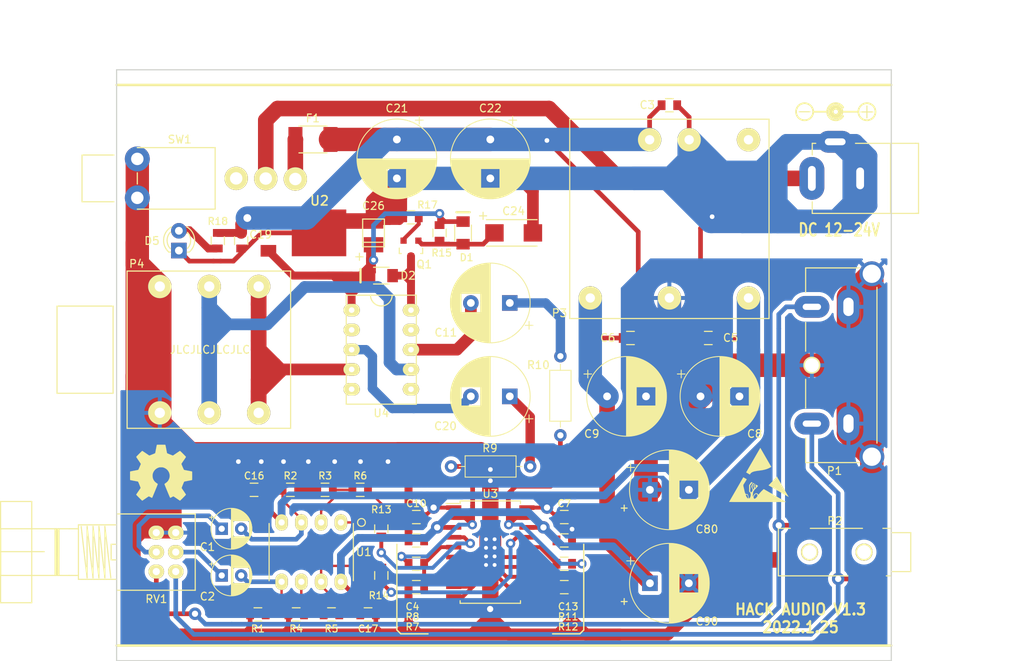
<source format=kicad_pcb>
(kicad_pcb (version 20211014) (generator pcbnew)
  (layers (0 "F.Cu" signal) (31 "B.Cu" signal) (34 "B.Paste" user) (35 "F.Paste" user) (36 "B.SilkS" user "B.Silkscreen") (37 "F.SilkS" user "F.Silkscreen") (38 "B.Mask" user) (39 "F.Mask" user) (44 "Edge.Cuts" user))
  (net 0 "")
  (net 1 "Net-(C1-Pad1)")
  (net 2 "GND")
  (net 3 "Net-(C2-Pad1)")
  (net 4 "VCC")
  (net 5 "VDD")
  (net 6 "Net-(R3-Pad2)")
  (net 7 "Net-(R4-Pad2)")
  (net 8 "Net-(R7-Pad1)")
  (net 9 "Net-(R8-Pad2)")
  (net 10 "Net-(R10-Pad1)")
  (net 11 "Net-(R11-Pad2)")
  (net 12 "/IN_R")
  (net 13 "/IN_L")
  (net 14 "Net-(F1-Pad1)")
  (net 15 "Net-(C20-Pad1)")
  (net 16 "Net-(C20-Pad2)")
  (net 17 "Net-(C24-Pad1)")
  (net 18 "Net-(P4-Pad3)")
  (net 19 "Net-(P4-Pad2)")
  (net 20 "GNDREF")
  (net 21 "Net-(D5-Pad2)")
  (net 22 "Net-(P2-Pad4)")
  (net 23 "Net-(P2-Pad5)")
  (net 24 "Net-(SW1-Pad1)")
  (net 25 "Net-(U4-Pad9)")
  (net 26 "Net-(U4-Pad2)")
  (net 27 "Net-(U4-Pad6)")
  (net 28 "Net-(U4-Pad5)")
  (net 29 "Net-(C2-Pad2)")
  (net 30 "Net-(R14-Pad1)")
  (net 31 "Net-(R13-Pad1)")
  (net 32 "Net-(R13-Pad2)")
  (net 33 "Net-(R14-Pad2)")
  (net 34 "Net-(D2-Pad1)")
  (net 35 "Net-(CON1-Pad1)")
  (net 36 "Net-(Q1-Pad2)")
  (net 37 "Net-(C26-Pad1)")
  (net 38 "Net-(C1-Pad2)")
  (net 39 "Net-(C19-Pad1)")
  (net 40 "Net-(C11-Pad2)")
  (net 41 "Net-(C11-Pad1)")
  (footprint "NewLibCool:0805_C" (layer "F.Cu") (at 121 66.6 180)
    (fp_text reference "C3")
    (fp_text value "104")
  )
  (footprint "NewLibCool:0805_C" (layer "F.Cu") (at 126 96.5)
    (fp_text reference "C5")
    (fp_text value "104")
  )
  (footprint "NewLibCool:0805_C" (layer "F.Cu") (at 116 96.5)
    (fp_text reference "C6")
    (fp_text value "104")
  )
  (footprint "Capacitor_THT:CP_Radial_D10.0mm_P5.00mm" (layer "F.Cu") (at 125 104)
    (fp_text reference "C8")
    (fp_text value "100uF")
  )
  (footprint "Capacitor_THT:CP_Radial_D10.0mm_P5.00mm" (layer "F.Cu") (at 113 104)
    (fp_text reference "C9")
    (fp_text value "100uF")
  )
  (footprint "NewLibCool:0805_C" (layer "F.Cu") (at 67.66 116 180)
    (fp_text reference "C16")
    (fp_text value "104" hide)
  )
  (footprint "NewLibCool:0805_C" (layer "F.Cu") (at 82.3 132 180)
    (fp_text reference "C17")
    (fp_text value "104" hide)
  )
  (footprint "NewLibCool:F_1812" (layer "F.Cu") (at 75.22 71)
    (fp_text reference "F1")
    (fp_text value "FUSE*" hide)
  )
  (footprint "NewLibCool:0805_R" (layer "F.Cu") (at 68.15 132)
    (fp_text reference "R1")
    (fp_text value "47K" hide)
  )
  (footprint "NewLibCool:0805_R" (layer "F.Cu") (at 72.32 116 180)
    (fp_text reference "R2")
    (fp_text value "47K" hide)
  )
  (footprint "NewLibCool:0805_R" (layer "F.Cu") (at 76.77 116)
    (fp_text reference "R3")
    (fp_text value "10K" hide)
  )
  (footprint "NewLibCool:0805_R" (layer "F.Cu") (at 73.07 132)
    (fp_text reference "R4")
    (fp_text value "10K" hide)
  )
  (footprint "NewLibCool:0805_R" (layer "F.Cu") (at 77.6 132)
    (fp_text reference "R5")
    (fp_text value "20K" hide)
  )
  (footprint "NewLibCool:0805_R" (layer "F.Cu") (at 81.29 116)
    (fp_text reference "R6")
    (fp_text value "20K" hide)
  )
  (footprint "NewLibCool:0805_R" (layer "F.Cu") (at 88.5 128.5 180)
    (fp_text reference "R7")
    (fp_text value "1K" hide)
  )
  (footprint "NewLibCool:0805_R" (layer "F.Cu") (at 88.5 125.5 180)
    (fp_text reference "R8")
    (fp_text value "1K" hide)
  )
  (footprint "Resistor_THT:R_Axial_DIN0207_L6.3mm_D2.5mm_P10.16mm_Horizontal" (layer "F.Cu") (at 92.96 113)
    (fp_text reference "R9")
    (fp_text value "10")
  )
  (footprint "Resistor_THT:R_Axial_DIN0207_L6.3mm_D2.5mm_P10.16mm_Horizontal" (layer "F.Cu") (at 107 109 90)
    (fp_text reference "R10")
    (fp_text value "10")
  )
  (footprint "NewLibCool:0805_R" (layer "F.Cu") (at 107.5 125.5 180)
    (fp_text reference "R11")
    (fp_text value "1K" hide)
  )
  (footprint "NewLibCool:0805_R" (layer "F.Cu") (at 107.5 128.5)
    (fp_text reference "R12")
    (fp_text value "1K" hide)
  )
  (footprint "NewLibCool:TPA6120A2" (layer "F.Cu") (at 98 124)
    (fp_text reference "U3")
    (fp_text value "TPA6120A2")
  )
  (footprint "NewLibCool:DIP-8_NEW" (layer "F.Cu") (at 75 124 -90)
    (fp_text reference "U1")
    (fp_text value "OPA2604")
  )
  (footprint "NewLibCool:ADJ_RES" (layer "F.Cu") (at 55.1 124)
    (fp_text reference "RV1")
    (fp_text value "RES_ADJ")
  )
  (footprint "NewLibCool:DC-DC" (layer "F.Cu") (at 121 81.2)
    (fp_text reference "P3")
    (fp_text value "12-12V")
  )
  (footprint "NewLibCool:Audio_6.35mm_new" (layer "F.Cu") (at 55.55 98)
    (fp_text reference "P4")
    (fp_text value "6.5MM")
  )
  (footprint "NewLibCool:Audio_3.5mm" (layer "F.Cu") (at 146 124 180)
    (fp_text reference "P2")
    (fp_text value "CONN_01X05" hide)
  )
  (footprint "NewLibCool:Audio_LianHua" (layer "F.Cu") (at 144 100 -90)
    (fp_text reference "P1")
    (fp_text value "CONN_01X07" hide)
  )
  (footprint "NewLibCool:DCDCJACK_ALIM" (layer "F.Cu") (at 145.5 76 180)
    (fp_text reference "CON1" hide)
    (fp_text value "BARREL_JACK" hide)
  )
  (footprint "NewLibCool:SWITCH_Toggle" (layer "F.Cu") (at 52.66 76)
    (fp_text reference "SW1")
    (fp_text value "SWITCH_INV" hide)
  )
  (footprint "NewLibCool:0805_C" (layer "F.Cu") (at 88.5 122.5)
    (fp_text reference "C4")
    (fp_text value "104")
  )
  (footprint "NewLibCool:0805_C" (layer "F.Cu") (at 107.5 119.5 180)
    (fp_text reference "C7")
    (fp_text value "104")
  )
  (footprint "NewLibCool:0805_C" (layer "F.Cu") (at 88.5 119.5)
    (fp_text reference "C10")
    (fp_text value "104")
  )
  (footprint "NewLibCool:0805_C" (layer "F.Cu") (at 107.5 122.5 180)
    (fp_text reference "C13")
    (fp_text value "104")
  )
  (footprint "NewLibCool:RELAY_A5W" (layer "F.Cu") (at 84 98 -90)
    (fp_text reference "U4")
    (fp_text value "RELAY2")
  )
  (footprint "NewLibCool:TO-252-78M05" (layer "F.Cu") (at 76 83 -90)
    (fp_text reference "U2")
    (fp_text value "LM78M15" hide)
  )
  (footprint "NewLibCool:0805_C" (layer "F.Cu") (at 66 84 -90)
    (fp_text reference "C19")
    (fp_text value "104")
  )
  (footprint "NewLibCool:TantalC_SizeC_6032" (layer "F.Cu") (at 101 83)
    (fp_text reference "C24")
    (fp_text value "100uF")
  )
  (footprint "NewLibCool:1206_R" (layer "F.Cu") (at 94.5 83 90)
    (fp_text reference "D1")
    (fp_text value "DIODE*")
  )
  (footprint "NewLibCool:1206_R" (layer "F.Cu") (at 84 88.49 180)
    (fp_text reference "D2")
    (fp_text value "DIODE*")
  )
  (footprint "NewLibCool:SOT-23" (layer "F.Cu") (at 87.81 85 180)
    (fp_text reference "Q1")
    (fp_text value "S8050")
  )
  (footprint "NewLibCool:0805_R" (layer "F.Cu") (at 91.48 83 90)
    (fp_text reference "R15")
    (fp_text value "270K" hide)
  )
  (footprint "NewLibCool:0805_R" (layer "F.Cu") (at 87.81 81)
    (fp_text reference "R17")
    (fp_text value "10" hide)
  )
  (footprint "NewLibCool:TantalC_SizeT_3528" (layer "F.Cu") (at 83 83 -90)
    (fp_text reference "C26")
    (fp_text value "104" hide)
  )
  (footprint "NewLibCool:LED-3MM" (layer "F.Cu") (at 58 84 90)
    (fp_text reference "D5")
    (fp_text value "LED")
  )
  (footprint "NewLibCool:0805_R" (layer "F.Cu") (at 63 84 -90)
    (fp_text reference "R18")
    (fp_text value "1K" hide)
  )
  (footprint "NewLibCool:No-littering2" (layer "F.Cu") (at 132.74 114.1)
    (fp_text reference "G***" hide)
    (fp_text value "LOGO" hide)
  )
  (footprint "Capacitor_THT:CP_Radial_D10.0mm_P5.00mm" (layer "F.Cu") (at 118.5 128)
    (fp_text reference "C90")
    (fp_text value "100uF")
  )
  (footprint "Capacitor_THT:CP_Radial_D10.0mm_P5.00mm" (layer "F.Cu") (at 118.5 116)
    (fp_text reference "C80")
    (fp_text value "100uF")
  )
  (footprint "NewLibCool:LOGO_OPENHARD_9.4MM" (layer "F.Cu") (at 55.71 113.88)
    (fp_text reference "G***" hide)
    (fp_text value "LOGO" hide)
  )
  (footprint "Capacitor_THT:CP_Radial_D10.0mm_P5.00mm" (layer "F.Cu") (at 100.5 104 180)
    (fp_text reference "C20")
    (fp_text value "1000uF")
  )
  (footprint "NewLibCool:0805_R" (layer "F.Cu") (at 84 121 -90)
    (fp_text reference "R13")
    (fp_text value "470R" hide)
  )
  (footprint "NewLibCool:0805_R" (layer "F.Cu") (at 84 127 -90)
    (fp_text reference "R14")
    (fp_text value "470R" hide)
  )
  (footprint "Capacitor_THT:CP_Radial_D10.0mm_P5.00mm" (layer "F.Cu") (at 98 71 -90)
    (fp_text reference "C22")
    (fp_text value "CC1")
  )
  (footprint "Capacitor_THT:CP_Radial_D10.0mm_P5.00mm" (layer "F.Cu") (at 86 71 -90)
    (fp_text reference "C21")
    (fp_text value "CC1")
  )
  (footprint "Capacitor_THT:CP_Radial_D10.0mm_P5.00mm" (layer "F.Cu") (at 100.5 92 180)
    (fp_text reference "C11")
    (fp_text value "1000uF")
  )
  (footprint "Capacitor_THT:CP_Radial_D5.0mm_P2.50mm" (layer "F.Cu") (at 63.5 127)
    (fp_text reference "C2")
    (fp_text value "1Uf")
  )
  (footprint "Capacitor_THT:CP_Radial_D5.0mm_P2.50mm" (layer "F.Cu") (at 63.5 121)
    (fp_text reference "C1")
    (fp_text value "1Uf")
  )
  (gr_line (start 110 123) (end 110 134) (layer "F.SilkS") (width 0.18))
  (gr_line (start 106 134.5) (end 109.5 134.5) (layer "F.SilkS") (width 0.18))
  (gr_line (start 86 134) (end 86.5 134.5) (layer "F.SilkS") (width 0.18))
  (gr_line (start 110 134) (end 109.5 134.5) (layer "F.SilkS") (width 0.18))
  (gr_line (start 142.87 67.44) (end 145.27 67.44) (layer "F.SilkS") (width 0.22))
  (gr_line (start 93.65 80.34) (end 95.36 80.34) (layer "F.SilkS") (width 0.3))
  (gr_line (start 50 64) (end 149.5 64) (layer "F.SilkS") (width 0.32))
  (gr_line (start 86 123) (end 86 134) (layer "F.SilkS") (width 0.18))
  (gr_circle (center 142.37 67.44) (end 142.65 67.44) (layer "F.SilkS") (width 0.68) (fill none))
  (gr_circle (center 138.37 67.44) (end 139.47 67.44) (layer "F.SilkS") (width 0.22) (fill none))
  (gr_arc (start 143.317654 68.001384) (mid 141.268616 67.427654) (end 143.33 66.9) (layer "F.SilkS") (width 0.22))
  (gr_circle (center 146.37 67.44) (end 147.47 67.44) (layer "F.SilkS") (width 0.22) (fill none))
  (gr_line (start 50 136) (end 149.5 136) (layer "F.SilkS") (width 0.32))
  (gr_line (start 137.67 67.44) (end 139.05 67.44) (layer "F.SilkS") (width 0.15))
  (gr_line (start 139.51 67.44) (end 141.27 67.44) (layer "F.SilkS") (width 0.22))
  (gr_line (start 81.33 87.64) (end 81.33 89.35) (layer "F.SilkS") (width 0.3))
  (gr_line (start 86.5 134.5) (end 90 134.5) (layer "F.SilkS") (width 0.18))
  (gr_line (start 50 62.05) (end 50 137.95) (layer "Edge.Cuts") (width 0.15))
  (gr_line (start 149.5 137.95) (end 149.5 62.05) (layer "Edge.Cuts") (width 0.15))
  (gr_line (start 149.5 62.05) (end 50 62.05) (layer "Edge.Cuts") (width 0.15))
  (gr_line (start 50 137.95) (end 149.5 137.95) (layer "Edge.Cuts") (width 0.15))
  (gr_text "+" (at 81.19 85.98) (layer "F.SilkS") (effects (font (size 1.2 1.2))))
  (gr_text "HACK AUDIO V1.3\n2022.1.25" (at 137.85 132.51) (layer "F.SilkS") (effects (font (size 1.42 1.28) (thickness 0.28))))
  (gr_text "+" (at 146.37 67.31) (layer "F.SilkS") (effects (font (size 2 2))))
  (gr_text "JLCJLCJLCJLC" (at 62 98) (layer "F.SilkS") (effects (font (size 1 1))))
  (gr_text "+" (at 97.07 80.72) (layer "F.SilkS") (effects (font (size 1.2 1.2))))
  (gr_text "DC 12-24V" (at 142.81 82.62) (layer "F.SilkS") (effects (font (size 1.6 1.2) (thickness 0.26))))
  (segment (start 53.67 124) (end 52.87 123.2) (width 0.6) (layer "B.Cu") (net 1))
  (segment (start 52.87 123.2) (end 52.87 120.62) (width 0.6) (layer "B.Cu") (net 1))
  (segment (start 52.87 120.62) (end 54.15 119.34) (width 0.6) (layer "B.Cu") (net 1))
  (segment (start 54.15 119.34) (end 61.84 119.34) (width 0.6) (layer "B.Cu") (net 1))
  (segment (start 61.84 119.34) (end 63.5 121) (width 0.6) (layer "B.Cu") (net 1))
  (segment (start 55.1 124) (end 53.67 124) (width 0.6) (layer "B.Cu") (net 1))
  (segment (start 97.365 124.635) (end 97.45 124.55) (width 0.254) (layer "F.Cu") (net 2))
  (segment (start 97.195 125.905) (end 97.45 125.65) (width 0.254) (layer "F.Cu") (net 2))
  (segment (start 95.925 127.175) (end 97.45 125.65) (width 0.254) (layer "F.Cu") (net 2))
  (segment (start 97.365 124.635) (end 97.45 124.55) (width 0.5) (layer "F.Cu") (net 2))
  (segment (start 97.195 125.905) (end 97.45 125.65) (width 0.5) (layer "F.Cu") (net 2))
  (segment (start 95.925 127.175) (end 97.45 125.65) (width 0.5) (layer "F.Cu") (net 2))
  (segment (start 94.485 129.715) (end 98.55 125.65) (width 0.5) (layer "F.Cu") (net 2))
  (segment (start 95.755 128.445) (end 98.55 125.65) (width 0.5) (layer "F.Cu") (net 2))
  (segment (start 98.635 124.635) (end 98.55 124.55) (width 0.5) (layer "F.Cu") (net 2))
  (segment (start 98.805 125.905) (end 98.55 125.65) (width 0.5) (layer "F.Cu") (net 2))
  (segment (start 100.075 127.175) (end 98.55 125.65) (width 0.5) (layer "F.Cu") (net 2))
  (segment (start 100.245 128.445) (end 97.45 125.65) (width 0.5) (layer "F.Cu") (net 2))
  (segment (start 101.515 129.715) (end 97.45 125.65) (width 0.5) (layer "F.Cu") (net 2))
  (segment (start 91.3 110.62) (end 89.17 110.62) (width 1) (layer "F.Cu") (net 2))
  (segment (start 60.055 110.62) (end 55.55 106.115) (width 1) (layer "F.Cu") (net 2))
  (segment (start 60.055 110.62) (end 56.55 107.115) (width 1) (layer "F.Cu") (net 2))
  (segment (start 56.55 107.115) (end 56.55 101.91) (width 1) (layer "F.Cu") (net 2))
  (segment (start 56.55 101.91) (end 55.55 101.91) (width 1) (layer "F.Cu") (net 2))
  (segment (start 55.55 101.91) (end 55.55 101.76) (width 3) (layer "F.Cu") (net 2))
  (segment (start 88.19 110.62) (end 86.435 112.375) (width 1) (layer "F.Cu") (net 2))
  (segment (start 86.435 112.375) (end 85.74 113.07) (width 1) (layer "F.Cu") (net 2))
  (segment (start 59.205 112.375) (end 55.55 108.72) (width 3) (layer "F.Cu") (net 2))
  (segment (start 55.55 108.72) (end 55.55 111.82) (width 1.5) (layer "F.Cu") (net 2))
  (segment (start 64.69 112.375) (end 61.58 112.375) (width 3) (layer "F.Cu") (net 2))
  (segment (start 56.965 112.375) (end 52.66 108.07) (width 3) (layer "F.Cu") (net 2))
  (segment (start 52.66 108.07) (end 52.66 116.89) (width 3) (layer "F.Cu") (net 2))
  (segment (start 57.6 114.78) (end 58.54 113.84) (width 1.5) (layer "F.Cu") (net 2))
  (segment (start 57.6 114.78) (end 60.005 112.375) (width 1.5) (layer "F.Cu") (net 2))
  (segment (start 60.005 112.375) (end 60.945 112.375) (width 1.5) (layer "F.Cu") (net 2))
  (segment (start 60.945 112.375) (end 61.58 113.01) (width 1.5) (layer "F.Cu") (net 2))
  (segment (start 61.58 113.01) (end 61.58 112.375) (width 1.5) (layer "F.Cu") (net 2))
  (segment (start 61.58 112.375) (end 59.205 112.375) (width 3) (layer "F.Cu") (net 2))
  (segment (start 57.6 119.76) (end 56.6 118.76) (width 1.5) (layer "F.Cu") (net 2))
  (segment (start 56.6 118.76) (end 56.6 114.53) (width 1.5) (layer "F.Cu") (net 2))
  (segment (start 65.64 112.375) (end 64.69 112.375) (width 3) (layer "F.Cu") (net 2))
  (segment (start 68.58 112.375) (end 65.64 112.375) (width 3) (layer "F.Cu") (net 2))
  (segment (start 71.44 112.375) (end 68.58 112.375) (width 3) (layer "F.Cu") (net 2))
  (segment (start 74.63 112.375) (end 71.44 112.375) (width 3) (layer "F.Cu") (net 2))
  (segment (start 97.98 130.51) (end 97.98 131.17) (width 1) (layer "F.Cu") (net 2))
  (segment (start 97.98 132.11) (end 97.98 133.09) (width 1) (layer "F.Cu") (net 2))
  (segment (start 98.01 113.39) (end 95.24 110.62) (width 1) (layer "F.Cu") (net 2))
  (segment (start 78.01 112.375) (end 74.63 112.375) (width 3) (layer "F.Cu") (net 2))
  (segment (start 81.33 112.375) (end 78.01 112.375) (width 3) (layer "F.Cu") (net 2))
  (segment (start 84.86 112.375) (end 81.33 112.375) (width 3) (layer "F.Cu") (net 2))
  (segment (start 118 111) (end 125 104) (width 3) (layer "F.Cu") (net 2))
  (segment (start 118 107.63) (end 121.63 104) (width 3) (layer "F.Cu") (net 2))
  (segment (start 86.14 110.62) (end 66.59 110.62) (width 1) (layer "F.Cu") (net 2))
  (segment (start 96.81 110.62) (end 98.3 112.11) (width 1.5) (layer "F.Cu") (net 2))
  (segment (start 98.3 112.11) (end 98.3 122.6) (width 1.5) (layer "F.Cu") (net 2))
  (segment (start 98.3 122.6) (end 97.45 123.45) (width 1.5) (layer "F.Cu") (net 2))
  (segment (start 57.97 110.62) (end 55.55 108.2) (width 1.5) (layer "F.Cu") (net 2))
  (segment (start 55.55 108.2) (end 55.55 108.72) (width 1.5) (layer "F.Cu") (net 2))
  (segment (start 55.55 119.43) (end 55.55 120.2) (width 1.5) (layer "F.Cu") (net 2))
  (segment (start 55.54 119.43) (end 55.34 119.63) (width 1.5) (layer "F.Cu") (net 2))
  (segment (start 55.34 119.63) (end 55.15 119.63) (width 1.5) (layer "F.Cu") (net 2))
  (segment (start 55.15 119.63) (end 51.91 122.87) (width 1.5) (layer "F.Cu") (net 2))
  (segment (start 51.91 122.87) (end 51.91 132.67) (width 1.5) (layer "F.Cu") (net 2))
  (segment (start 51.91 132.67) (end 53.82 134.58) (width 1.5) (layer "F.Cu") (net 2))
  (segment (start 53.82 134.58) (end 106.72 134.58) (width 1.5) (layer "F.Cu") (net 2))
  (segment (start 106.72 134.58) (end 108.5 132.8) (width 1.5) (layer "F.Cu") (net 2))
  (segment (start 108.5 132.8) (end 108.5 128.5) (width 1.5) (layer "F.Cu") (net 2))
  (segment (start 67.03 134.33) (end 66.76 134.33) (width 0.6) (layer "F.Cu") (net 2))
  (segment (start 67.03 134.41) (end 66.86 134.58) (width 1.5) (layer "F.Cu") (net 2))
  (segment (start 66.86 134.58) (end 54.38 134.58) (width 1.5) (layer "F.Cu") (net 2))
  (segment (start 54.38 134.58) (end 52.34 132.54) (width 1.5) (layer "F.Cu") (net 2))
  (segment (start 52.34 132.54) (end 52.34 119.13) (width 1.5) (layer "F.Cu") (net 2))
  (segment (start 52.34 119.13) (end 52.66 118.81) (width 1.5) (layer "F.Cu") (net 2))
  (segment (start 97.98 132.19) (end 100.37 134.58) (width 1.5) (layer "F.Cu") (net 2))
  (segment (start 100.37 134.58) (end 114.58 134.58) (width 1.5) (layer "F.Cu") (net 2))
  (segment (start 120.8 134.58) (end 123.5 131.88) (width 1.5) (layer "F.Cu") (net 2))
  (segment (start 123.5 128) (end 123.5 131.88) (width 1.5) (layer "F.Cu") (net 2))
  (segment (start 114.58 134.58) (end 120.8 134.58) (width 1.5) (layer "F.Cu") (net 2))
  (segment (start 110.28 134.58) (end 108.5 132.8) (width 1.5) (layer "F.Cu") (net 2))
  (segment (start 52.66 86.995) (end 55.55 89.885) (width 3) (layer "F.Cu") (net 2))
  (segment (start 55.55 121.05) (end 55.1 121.5) (width 1.5) (layer "F.Cu") (net 2))
  (segment (start 55.55 117.44) (end 55.55 119.43) (width 1.5) (layer "F.Cu") (net 2))
  (segment (start 55.55 113.81) (end 55.55 115.11) (width 1.5) (layer "F.Cu") (net 2))
  (segment (start 55.55 115.11) (end 55.55 115.89) (width 1.5) (layer "F.Cu") (net 2))
  (segment (start 67.32 113.84) (end 66.66 114.5) (width 0.6) (layer "F.Cu") (net 2))
  (segment (start 66.66 114.5) (end 66.66 116) (width 0.6) (layer "F.Cu") (net 2))
  (segment (start 73.32 114.52) (end 72.64 113.84) (width 0.6) (layer "F.Cu") (net 2))
  (segment (start 72.64 113.84) (end 69.43 113.84) (width 0.6) (layer "F.Cu") (net 2))
  (segment (start 87.5 115.33) (end 86.01 113.84) (width 0.6) (layer "F.Cu") (net 2))
  (segment (start 86.01 113.84) (end 85.95 113.84) (width 0.6) (layer "F.Cu") (net 2))
  (segment (start 75.16 113.84) (end 73.34 113.84) (width 0.6) (layer "F.Cu") (net 2))
  (segment (start 74.12 113.84) (end 73.32 114.64) (width 0.6) (layer "F.Cu") (net 2))
  (segment (start 73.32 114.64) (end 73.32 114.52) (width 0.6) (layer "F.Cu") (net 2))
  (segment (start 73.32 113.84) (end 73.34 113.86) (width 0.6) (layer "F.Cu") (net 2))
  (segment (start 73.34 113.86) (end 73.34 114.06) (width 0.6) (layer "F.Cu") (net 2))
  (segment (start 73.34 114.06) (end 73.34 113.84) (width 0.6) (layer "F.Cu") (net 2))
  (segment (start 73.34 113.84) (end 72.64 113.84) (width 0.6) (layer "F.Cu") (net 2))
  (segment (start 85.39 134.33) (end 84.77 134.33) (width 0.6) (layer "F.Cu") (net 2))
  (segment (start 52.91 121.5) (end 55.1 121.5) (width 0.6) (layer "F.Cu") (net 2))
  (segment (start 53.9 134.33) (end 54.11 134.33) (width 0.6) (layer "F.Cu") (net 2))
  (segment (start 85.67 134.33) (end 85.39 134.33) (width 0.6) (layer "F.Cu") (net 2))
  (segment (start 83.3 133.55) (end 82.52 134.33) (width 0.6) (layer "F.Cu") (net 2))
  (segment (start 84.77 134.33) (end 84.1 134.33) (width 0.6) (layer "F.Cu") (net 2))
  (segment (start 84.08 134.33) (end 83.3 133.55) (width 0.6) (layer "F.Cu") (net 2))
  (segment (start 83.3 133.37) (end 83.3 133.55) (width 0.6) (layer "F.Cu") (net 2))
  (segment (start 83.3 134.33) (end 83.34 134.29) (width 0.6) (layer "F.Cu") (net 2))
  (segment (start 83.34 134.29) (end 83.34 134.16) (width 0.6) (layer "F.Cu") (net 2))
  (segment (start 83.34 134.16) (end 83.34 134.33) (width 0.6) (layer "F.Cu") (net 2))
  (segment (start 83.34 134.33) (end 82.52 134.33) (width 0.6) (layer "F.Cu") (net 2))
  (segment (start 72.07 133.56) (end 71.3 134.33) (width 0.6) (layer "F.Cu") (net 2))
  (segment (start 73.79 134.33) (end 71.73 134.33) (width 0.6) (layer "F.Cu") (net 2))
  (segment (start 72.84 134.33) (end 72.07 133.56) (width 0.6) (layer "F.Cu") (net 2))
  (segment (start 72.07 133.99) (end 71.73 134.33) (width 0.6) (layer "F.Cu") (net 2))
  (segment (start 71.73 134.33) (end 71.3 134.33) (width 0.6) (layer "F.Cu") (net 2))
  (segment (start 67.15 133.54) (end 66.36 134.33) (width 0.6) (layer "F.Cu") (net 2))
  (segment (start 66.36 134.33) (end 54.11 134.33) (width 0.6) (layer "F.Cu") (net 2))
  (segment (start 69.52 134.33) (end 67.03 134.33) (width 0.6) (layer "F.Cu") (net 2))
  (segment (start 67.94 134.33) (end 67.15 133.54) (width 0.6) (layer "F.Cu") (net 2))
  (segment (start 67.15 133.94) (end 66.76 134.33) (width 0.6) (layer "F.Cu") (net 2))
  (segment (start 66.76 134.33) (end 66.36 134.33) (width 0.6) (layer "F.Cu") (net 2))
  (segment (start 69.43 113.84) (end 67.32 113.84) (width 0.6) (layer "F.Cu") (net 2))
  (segment (start 56.82 113.84) (end 55.55 115.11) (width 0.6) (layer "F.Cu") (net 2))
  (segment (start 55.55 111.82) (end 55.55 113.81) (width 1.5) (layer "F.Cu") (net 2))
  (segment (start 55.55 112.57) (end 56.82 113.84) (width 0.6) (layer "F.Cu") (net 2))
  (segment (start 58.54 113.84) (end 56.82 113.84) (width 0.6) (layer "F.Cu") (net 2))
  (segment (start 55.58 113.84) (end 55.55 113.81) (width 0.6) (layer "F.Cu") (net 2))
  (segment (start 64.55 113.84) (end 58.54 113.84) (width 0.6) (layer "F.Cu") (net 2))
  (segment (start 66 113.84) (end 66.66 114.5) (width 0.6) (layer "F.Cu") (net 2))
  (segment (start 52.66 84.37) (end 52.66 86.995) (width 3) (layer "F.Cu") (net 2))
  (segment (start 52.66 103.225) (end 55.55 106.115) (width 3) (layer "F.Cu") (net 2))
  (segment (start 52.66 101.43) (end 52.66 103.225) (width 3) (layer "F.Cu") (net 2))
  (segment (start 52.66 117.31) (end 54.45 119.1) (width 3) (layer "F.Cu") (net 2))
  (segment (start 55.55 120.2) (end 55.55 121.05) (width 1.5) (layer "F.Cu") (net 2))
  (segment (start 54.45 119.1) (end 55.55 120.2) (width 3) (layer "F.Cu") (net 2))
  (segment (start 52.66 118.81) (end 52.66 117.31) (width 3) (layer "F.Cu") (net 2))
  (segment (start 54.6 121.5) (end 53.77 120.67) (width 0.6) (layer "F.Cu") (net 2))
  (segment (start 53.92 121.5) (end 53.43 121.01) (width 0.6) (layer "F.Cu") (net 2))
  (segment (start 55.55 101.76) (end 55.55 106.115) (width 3) (layer "F.Cu") (net 2))
  (segment (start 55.55 105.34) (end 54.45 106.44) (width 1.2) (layer "F.Cu") (net 2))
  (segment (start 54.45 106.44) (end 54.45 119.1) (width 1.2) (layer "F.Cu") (net 2))
  (segment (start 55.55 119.45) (end 57.6 121.5) (width 1.2) (layer "F.Cu") (net 2))
  (segment (start 55.35 121.5) (end 52.66 118.81) (width 1.5) (layer "F.Cu") (net 2))
  (segment (start 52.68 121.5) (end 52.66 121.48) (width 1.5) (layer "F.Cu") (net 2))
  (segment (start 52.66 121.48) (end 52.66 120.67) (width 1.5) (layer "F.Cu") (net 2))
  (segment (start 52.66 116.89) (end 52.66 118.81) (width 3) (layer "F.Cu") (net 2))
  (segment (start 51.46 118.09) (end 51.46 124.12) (width 0.6) (layer "F.Cu") (net 2))
  (segment (start 51.46 132.29) (end 53.5 134.33) (width 0.6) (layer "F.Cu") (net 2))
  (segment (start 53.5 134.33) (end 53.9 134.33) (width 0.6) (layer "F.Cu") (net 2))
  (segment (start 53.15 121.5) (end 51.91 122.74) (width 0.6) (layer "F.Cu") (net 2))
  (segment (start 51.46 123.19) (end 51.46 124.12) (width 0.6) (layer "F.Cu") (net 2))
  (segment (start 51.46 124.12) (end 51.46 132.29) (width 0.6) (layer "F.Cu") (net 2))
  (segment (start 54.21 121.5) (end 51.91 119.2) (width 0.6) (layer "F.Cu") (net 2))
  (segment (start 51.91 119.2) (end 52.27 119.2) (width 0.6) (layer "F.Cu") (net 2))
  (segment (start 52.27 119.2) (end 52.66 118.81) (width 0.6) (layer "F.Cu") (net 2))
  (segment (start 51.91 119.56) (end 51.91 122.74) (width 0.6) (layer "F.Cu") (net 2))
  (segment (start 51.91 122.74) (end 51.46 123.19) (width 0.6) (layer "F.Cu") (net 2))
  (segment (start 87.5 115.33) (end 85.98 113.81) (width 1) (layer "F.Cu") (net 2))
  (segment (start 85.98 113.81) (end 55.55 113.81) (width 1) (layer "F.Cu") (net 2))
  (segment (start 85.67 134.33) (end 53.5 134.33) (width 1) (layer "F.Cu") (net 2))
  (segment (start 53.5 134.33) (end 51.66 132.49) (width 1) (layer "F.Cu") (net 2))
  (segment (start 51.66 132.49) (end 51.66 121.67) (width 1) (layer "F.Cu") (net 2))
  (segment (start 51.66 121.67) (end 52.66 120.67) (width 1) (layer "F.Cu") (net 2))
  (segment (start 52.66 120.67) (end 52.66 118.81) (width 1.5) (layer "F.Cu") (net 2))
  (segment (start 51.66 119.81) (end 51.66 121.67) (width 1) (layer "F.Cu") (net 2))
  (segment (start 55.55 115.89) (end 55.55 117.44) (width 1.5) (layer "F.Cu") (net 2))
  (segment (start 55.55 118.57) (end 57.6 120.62) (width 1) (layer "F.Cu") (net 2))
  (segment (start 57.6 120.62) (end 57.6 121.5) (width 1) (layer "F.Cu") (net 2))
  (segment (start 80.8 134.33) (end 82.52 134.33) (width 0.6) (layer "F.Cu") (net 2))
  (segment (start 106.61 134.33) (end 108.5 132.44) (width 1) (layer "F.Cu") (net 2))
  (segment (start 108.5 132.44) (end 108.5 128.5) (width 1) (layer "F.Cu") (net 2))
  (segment (start 92.23 134.33) (end 93.15 134.33) (width 1) (layer "F.Cu") (net 2))
  (segment (start 87.5 133.79) (end 86.96 134.33) (width 1) (layer "F.Cu") (net 2))
  (segment (start 86.96 134.33) (end 92.23 134.33) (width 1) (layer "F.Cu") (net 2))
  (segment (start 84.1 134.33) (end 83.34 134.33) (width 0.6) (layer "F.Cu") (net 2))
  (segment (start 86.62 134.33) (end 87.5 133.45) (width 1) (layer "F.Cu") (net 2))
  (segment (start 87.5 133.45) (end 87.5 128.5) (width 1) (layer "F.Cu") (net 2))
  (segment (start 93.15 134.33) (end 95.46 134.33) (width 1) (layer "F.Cu") (net 2))
  (segment (start 88.29 134.33) (end 87.5 133.54) (width 1) (layer "F.Cu") (net 2))
  (segment (start 87.5 133.54) (end 87.5 128.5) (width 1) (layer "F.Cu") (net 2))
  (segment (start 97.45 132.43) (end 95.55 134.33) (width 1) (layer "F.Cu") (net 2))
  (segment (start 95.55 134.33) (end 97.98 134.33) (width 1) (layer "F.Cu") (net 2))
  (segment (start 98.55 132.45) (end 100.43 134.33) (width 1) (layer "F.Cu") (net 2))
  (segment (start 100.43 134.33) (end 101.11 134.33) (width 1) (layer "F.Cu") (net 2))
  (segment (start 97.98 122.92) (end 97.98 130.51) (width 1) (layer "F.Cu") (net 2))
  (segment (start 97.98 134.33) (end 100.43 134.33) (width 1) (layer "F.Cu") (net 2))
  (segment (start 95.46 134.33) (end 95.55 134.33) (width 1) (layer "F.Cu") (net 2))
  (segment (start 96.38 134.33) (end 97.36 133.35) (width 1) (layer "F.Cu") (net 2))
  (segment (start 99.22 134.33) (end 97.98 133.09) (width 1) (layer "F.Cu") (net 2))
  (segment (start 97.98 133.09) (end 97.98 134.33) (width 1) (layer "F.Cu") (net 2))
  (segment (start 97.45 112.83) (end 95.24 110.62) (width 1) (layer "F.Cu") (net 2))
  (segment (start 95.24 110.62) (end 92.82 110.62) (width 1) (layer "F.Cu") (net 2))
  (segment (start 89.17 110.62) (end 85.95 113.84) (width 1) (layer "F.Cu") (net 2))
  (segment (start 85.95 113.84) (end 75.16 113.84) (width 0.6) (layer "F.Cu") (net 2))
  (segment (start 98.55 113.93) (end 98.01 113.39) (width 1) (layer "F.Cu") (net 2))
  (segment (start 98.55 112.36) (end 96.81 110.62) (width 1) (layer "F.Cu") (net 2))
  (segment (start 96.81 110.62) (end 89.17 110.62) (width 1) (layer "F.Cu") (net 2))
  (segment (start 92.82 110.62) (end 91.3 110.62) (width 1) (layer "F.Cu") (net 2))
  (segment (start 98.06 121.74) (end 97.45 122.35) (width 1) (layer "F.Cu") (net 2))
  (segment (start 87.5 117.23) (end 87.5 115.33) (width 1) (layer "F.Cu") (net 2))
  (segment (start 87.5 112.29) (end 89.17 110.62) (width 1) (layer "F.Cu") (net 2))
  (segment (start 87.5 117.63) (end 87.5 117.23) (width 1) (layer "F.Cu") (net 2))
  (segment (start 87.5 114.42) (end 86.79 113.71) (width 1) (layer "F.Cu") (net 2))
  (segment (start 87.5 132.99) (end 86.16 134.33) (width 1) (layer "F.Cu") (net 2))
  (segment (start 86.16 134.33) (end 82.52 134.33) (width 1) (layer "F.Cu") (net 2))
  (segment (start 88.86 134.33) (end 87.5 132.97) (width 1) (layer "F.Cu") (net 2))
  (segment (start 87.5 132.97) (end 87.5 133.79) (width 1) (layer "F.Cu") (net 2))
  (segment (start 144 91.25) (end 144 97.5) (width 3) (layer "F.Cu") (net 2))
  (segment (start 144 100.38) (end 144 107.5) (width 3) (layer "F.Cu") (net 2))
  (segment (start 144 108.75) (end 147 111.75) (width 3) (layer "F.Cu") (net 2))
  (segment (start 141.5 100) (end 144 97.5) (width 3) (layer "F.Cu") (net 2))
  (segment (start 144 97.5) (end 144 100.38) (width 3) (layer "F.Cu") (net 2))
  (segment (start 144 102.5) (end 141.5 100) (width 3) (layer "F.Cu") (net 2))
  (segment (start 122.96 100) (end 121 98.04) (width 3) (layer "F.Cu") (net 2))
  (segment (start 121 98.04) (end 121 91.36) (width 3) (layer "F.Cu") (net 2))
  (segment (start 121 101) (end 118 104) (width 3) (layer "F.Cu") (net 2))
  (segment (start 129 100) (end 125 104) (width 3) (layer "F.Cu") (net 2))
  (segment (start 125 101.59) (end 126.59 100) (width 3) (layer "F.Cu") (net 2))
  (segment (start 126.59 100) (end 122.96 100) (width 3) (layer "F.Cu") (net 2))
  (segment (start 147 109.16) (end 147 111.75) (width 3) (layer "F.Cu") (net 2))
  (segment (start 147 120.45) (end 147.1 120.55) (width 3) (layer "F.Cu") (net 2))
  (segment (start 97.98 131.31) (end 97.98 132.11) (width 1) (layer "F.Cu") (net 2))
  (segment (start 98.01 114.88) (end 98.06 114.88) (width 0.6) (layer "F.Cu") (net 2))
  (segment (start 98.06 114.88) (end 98.01 114.88) (width 0.6) (layer "F.Cu") (net 2))
  (segment (start 98.01 114.88) (end 98.06 114.88) (width 0.6) (layer "F.Cu") (net 2))
  (segment (start 98.06 114.88) (end 98.06 121.74) (width 1) (layer "F.Cu") (net 2))
  (segment (start 98.06 114.88) (end 98.01 114.83) (width 0.6) (layer "F.Cu") (net 2))
  (segment (start 120.9 104) (end 122.93 101.97) (width 3) (layer "F.Cu") (net 2))
  (segment (start 121.63 104) (end 125 104) (width 3) (layer "F.Cu") (net 2))
  (segment (start 118 120.49) (end 123.5 125.99) (width 3) (layer "F.Cu") (net 2))
  (segment (start 123.5 125.99) (end 123.5 128) (width 3) (layer "F.Cu") (net 2))
  (segment (start 118 111.94) (end 118 118.91) (width 3) (layer "F.Cu") (net 2))
  (segment (start 118 115.5) (end 118.5 116) (width 3) (layer "F.Cu") (net 2))
  (segment (start 118 118.91) (end 118 120.49) (width 3) (layer "F.Cu") (net 2))
  (segment (start 118 116.5) (end 118.5 116) (width 3) (layer "F.Cu") (net 2))
  (segment (start 108.5 121.05) (end 108.5 122.5) (width 1) (layer "F.Cu") (net 2))
  (segment (start 87.5 130.78) (end 87.5 132.97) (width 1) (layer "F.Cu") (net 2))
  (segment (start 139.3 100) (end 141.5 100) (width 3) (layer "F.Cu") (net 2))
  (segment (start 114.58 134.58) (end 110.28 134.58) (width 1.5) (layer "F.Cu") (net 2))
  (segment (start 67.15 132) (end 67.15 133.54) (width 0.6) (layer "F.Cu") (net 2))
  (segment (start 75.16 113.84) (end 74.12 113.84) (width 0.6) (layer "F.Cu") (net 2))
  (segment (start 102.7 129.715) (end 101.515 129.715) (width 0.5) (layer "F.Cu") (net 2))
  (segment (start 64.55 113.84) (end 66 113.84) (width 0.6) (layer "F.Cu") (net 2))
  (segment (start 91.3 110.62) (end 57.97 110.62) (width 1.5) (layer "F.Cu") (net 2))
  (segment (start 67.03 134.33) (end 67.03 134.41) (width 1.5) (layer "F.Cu") (net 2))
  (segment (start 139.3 100) (end 126.59 100) (width 3) (layer "F.Cu") (net 2))
  (segment (start 72.07 132) (end 72.07 133.99) (width 0.6) (layer "F.Cu") (net 2))
  (segment (start 52.66 84.37) (end 52.66 101.43) (width 3) (layer "F.Cu") (net 2))
  (segment (start 83.3 132) (end 83.3 133.37) (width 0.6) (layer "F.Cu") (net 2))
  (segment (start 57.6 121.5) (end 55.35 121.5) (width 1.5) (layer "F.Cu") (net 2))
  (segment (start 69.52 134.33) (end 71.3 134.33) (width 0.6) (layer "F.Cu") (net 2))
  (segment (start 118 111.94) (end 118 107.63) (width 3) (layer "F.Cu") (net 2))
  (segment (start 80.8 134.33) (end 86.96 134.33) (width 1) (layer "F.Cu") (net 2))
  (segment (start 118 104) (end 118 111.94) (width 3) (layer "F.Cu") (net 2))
  (segment (start 58.54 113.84) (end 55.58 113.84) (width 0.6) (layer "F.Cu") (net 2))
  (segment (start 93.3 127.175) (end 95.925 127.175) (width 0.5) (layer "F.Cu") (net 2))
  (segment (start 97.45 122.35) (end 97.45 132.43) (width 1) (layer "F.Cu") (net 2))
  (segment (start 93.3 124.635) (end 97.365 124.635) (width 0.5) (layer "F.Cu") (net 2))
  (segment (start 55.1 121.5) (end 54.21 121.5) (width 0.6) (layer "F.Cu") (net 2))
  (segment (start 97.98 132.19) (end 97.98 130.51) (width 1.5) (layer "F.Cu") (net 2))
  (segment (start 83.3 133.37) (end 83.3 134.33) (width 0.6) (layer "F.Cu") (net 2))
  (segment (start 101.11 134.33) (end 99.22 134.33) (width 1) (layer "F.Cu") (net 2))
  (segment (start 55.55 111.82) (end 55.55 112.57) (width 0.6) (layer "F.Cu") (net 2))
  (segment (start 93.3 125.905) (end 97.195 125.905) (width 0.5) (layer "F.Cu") (net 2))
  (segment (start 147 88.25) (end 147 109.16) (width 3) (layer "F.Cu") (net 2))
  (segment (start 57.6 121.5) (end 57.6 116.05) (width 1.5) (layer "F.Cu") (net 2))
  (segment (start 139.3 100) (end 129 100) (width 3) (layer "F.Cu") (net 2))
  (segment (start 118 111.94) (end 118 115.5) (width 3) (layer "F.Cu") (net 2))
  (segment (start 144 107.5) (end 144 102.5) (width 3) (layer "F.Cu") (net 2))
  (segment (start 102.7 127.175) (end 100.075 127.175) (width 0.5) (layer "F.Cu") (net 2))
  (segment (start 69.52 134.33) (end 67.94 134.33) (width 0.6) (layer "F.Cu") (net 2))
  (segment (start 75.77 116) (end 73.32 116) (width 0.6) (layer "F.Cu") (net 2))
  (segment (start 55.55 106.115) (end 55.55 108.2) (width 1.5) (layer "F.Cu") (net 2))
  (segment (start 55.1 121.5) (end 53.92 121.5) (width 0.6) (layer "F.Cu") (net 2))
  (segment (start 97.45 124.55) (end 97.45 112.83) (width 1) (layer "F.Cu") (net 2))
  (segment (start 84.77 134.33) (end 84.08 134.33) (width 0.6) (layer "F.Cu") (net 2))
  (segment (start 101.11 134.33) (end 106.61 134.33) (width 1) (layer "F.Cu") (net 2))
  (segment (start 55.55 101.76) (end 55.55 105.34) (width 0.6) (layer "F.Cu") (net 2))
  (segment (start 72.07 132) (end 72.07 133.56) (width 0.6) (layer "F.Cu") (net 2))
  (segment (start 52.66 118.81) (end 51.91 119.56) (width 0.6) (layer "F.Cu") (net 2))
  (segment (start 97.98 131.31) (end 97.98 131.17) (width 1) (layer "F.Cu") (net 2))
  (segment (start 55.55 89.885) (end 55.55 101.91) (width 3) (layer "F.Cu") (net 2))
  (segment (start 93.3 129.715) (end 94.485 129.715) (width 0.5) (layer "F.Cu") (net 2))
  (segment (start 55.55 115.89) (end 55.55 118.57) (width 1) (layer "F.Cu") (net 2))
  (segment (start 118 118.91) (end 118 116.5) (width 3) (layer "F.Cu") (net 2))
  (segment (start 87.5 117.63) (end 87.5 114.42) (width 1) (layer "F.Cu") (net 2))
  (segment (start 69.43 113.84) (end 64.55 113.84) (width 0.6) (layer "F.Cu") (net 2))
  (segment (start 52.66 118.81) (end 51.66 119.81) (width 1) (layer "F.Cu") (net 2))
  (segment (start 98.55 122.35) (end 98.55 132.45) (width 1) (layer "F.Cu") (net 2))
  (segment (start 102.7 128.445) (end 100.245 128.445) (width 0.5) (layer "F.Cu") (net 2))
  (segment (start 57.6 121.5) (end 55.1 121.5) (width 1.5) (layer "F.Cu") (net 2))
  (segment (start 102.7 125.905) (end 98.805 125.905) (width 0.5) (layer "F.Cu") (net 2))
  (segment (start 67.15 133.54) (end 67.15 133.94) (width 0.6) (layer "F.Cu") (net 2))
  (segment (start 52.66 101.43) (end 52.66 108.07) (width 3) (layer "F.Cu") (net 2))
  (segment (start 102.7 124.635) (end 98.635 124.635) (width 0.5) (layer "F.Cu") (net 2))
  (segment (start 64.69 112.375) (end 56.965 112.375) (width 3) (layer "F.Cu") (net 2))
  (segment (start 108.5 119.5) (end 108.5 121.05) (width 1) (layer "F.Cu") (net 2))
  (segment (start 87.5 122.5) (end 87.5 119.5) (width 1) (layer "F.Cu") (net 2))
  (segment (start 86.14 110.62) (end 96.81 110.62) (width 1.5) (layer "F.Cu") (net 2))
  (segment (start 87.5 128.5) (end 87.5 130.78) (width 1) (layer "F.Cu") (net 2))
  (segment (start 121 91.36) (end 121 101) (width 3) (layer "F.Cu") (net 2))
  (segment (start 98.55 122.35) (end 97.98 122.92) (width 1) (layer "F.Cu") (net 2))
  (segment (start 55.1 121.5) (end 54.6 121.5) (width 0.6) (layer "F.Cu") (net 2))
  (segment (start 55.55 119.43) (end 55.54 119.43) (width 1.5) (layer "F.Cu") (net 2))
  (segment (start 93.3 128.445) (end 95.755 128.445) (width 0.5) (layer "F.Cu") (net 2))
  (segment (start 73.79 134.33) (end 80.8 134.33) (width 0.6) (layer "F.Cu") (net 2))
  (segment (start 57.6 116.05) (end 57.6 114.78) (width 1.5) (layer "F.Cu") (net 2))
  (segment (start 92.23 134.33) (end 88.86 134.33) (width 1) (layer "F.Cu") (net 2))
  (segment (start 52.66 73.5) (end 52.66 84.37) (width 3) (layer "F.Cu") (net 2))
  (segment (start 57.6 121.5) (end 52.91 121.5) (width 1.2) (layer "F.Cu") (net 2))
  (segment (start 125 104) (end 125 101.59) (width 3) (layer "F.Cu") (net 2))
  (segment (start 87.5 117.23) (end 87.5 112.29) (width 1) (layer "F.Cu") (net 2))
  (segment (start 84.1 134.33) (end 86.62 134.33) (width 1) (layer "F.Cu") (net 2))
  (segment (start 87.5 119.5) (end 87.5 117.63) (width 1) (layer "F.Cu") (net 2))
  (segment (start 98.55 122.35) (end 98.55 113.93) (width 1) (layer "F.Cu") (net 2))
  (segment (start 52.66 116.89) (end 51.46 118.09) (width 0.6) (layer "F.Cu") (net 2))
  (segment (start 86.435 112.375) (end 84.86 112.375) (width 3) (layer "F.Cu") (net 2))
  (segment (start 91.3 110.62) (end 88.19 110.62) (width 1) (layer "F.Cu") (net 2))
  (segment (start 93.15 134.33) (end 88.29 134.33) (width 1) (layer "F.Cu") (net 2))
  (segment (start 147 109.16) (end 147 120.45) (width 3) (layer "F.Cu") (net 2))
  (segment (start 91.3 110.62) (end 86.14 110.62) (width 1) (layer "F.Cu") (net 2))
  (segment (start 55.55 115.11) (end 55.55 119.45) (width 1.2) (layer "F.Cu") (net 2))
  (segment (start 87.5 130.78) (end 87.5 132.99) (width 1) (layer "F.Cu") (net 2))
  (segment (start 144 100.38) (end 144 108.75) (width 3) (layer "F.Cu") (net 2))
  (segment (start 55.1 121.5) (end 53.15 121.5) (width 0.6) (layer "F.Cu") (net 2))
  (segment (start 57.6 121.5) (end 57.6 119.76) (width 1.5) (layer "F.Cu") (net 2))
  (segment (start 73.32 116) (end 73.32 113.84) (width 0.6) (layer "F.Cu") (net 2))
  (segment (start 66.59 110.62) (end 60.055 110.62) (width 1) (layer "F.Cu") (net 2))
  (segment (start 118 111.94) (end 118 111) (width 3) (layer "F.Cu") (net 2))
  (segment (start 73.79 134.33) (end 72.84 134.33) (width 0.6) (layer "F.Cu") (net 2))
  (segment (start 118 104) (end 120.9 104) (width 3) (layer "F.Cu") (net 2))
  (segment (start 73.32 116) (end 73.32 114.64) (width 0.6) (layer "F.Cu") (net 2))
  (segment (start 57.6 121.5) (end 52.68 121.5) (width 1.5) (layer "F.Cu") (net 2))
  (segment (start 118 104) (end 121.63 104) (width 3) (layer "F.Cu") (net 2))
  (segment (start 98.55 122.35) (end 98.55 112.36) (width 1) (layer "F.Cu") (net 2))
  (segment (start 95.46 134.33) (end 96.38 134.33) (width 1) (layer "F.Cu") (net 2))
  (segment (start 147 88.25) (end 144 91.25) (width 3) (layer "F.Cu") (net 2))
  (via (at 98.01 114.83) (size 1.2) (drill 0.6) (layers "F.Cu" "B.Cu") (net 2))
  (via (at 74.63 112.375) (size 1.2) (drill 0.6) (layers "F.Cu" "B.Cu") (net 2))
  (via (at 98.01 113.39) (size 1.2) (drill 0.6) (layers "F.Cu" "B.Cu") (net 2))
  (via (at 97.98 131.31) (size 1.6) (drill 0.8) (layers "F.Cu" "B.Cu") (net 2))
  (via (at 84.86 112.375) (size 1.2) (drill 0.6) (layers "F.Cu" "B.Cu") (net 2))
  (via (at 68.58 112.375) (size 1.2) (drill 0.6) (layers "F.Cu" "B.Cu") (net 2))
  (via (at 71.44 112.375) (size 1.2) (drill 0.6) (layers "F.Cu" "B.Cu") (net 2))
  (via (at 78.01 112.375) (size 1.2) (drill 0.6) (layers "F.Cu" "B.Cu") (net 2))
  (via (at 81.33 112.375) (size 1.2) (drill 0.6) (layers "F.Cu" "B.Cu") (net 2))
  (via (at 108.5 121.05) (size 1.2) (drill 0.6) (layers "F.Cu" "B.Cu") (net 2))
  (via (at 65.64 112.375) (size 1.2) (drill 0.6) (layers "F.Cu" "B.Cu") (net 2))
  (segment (start 65.645 112.37) (end 65.64 112.375) (width 1.5) (layer "B.Cu") (net 2))
  (segment (start 65.65 112.37) (end 65.645 112.37) (width 1.5) (layer "B.Cu") (net 2))
  (segment (start 68.58 112.375) (end 68.58 112.37) (width 1.5) (layer "B.Cu") (net 2))
  (segment (start 71.44 112.375) (end 71.44 112.37) (width 1.5) (layer "B.Cu") (net 2))
  (segment (start 74.63 112.375) (end 74.63 112.37) (width 1.5) (layer "B.Cu") (net 2))
  (segment (start 78.01 112.375) (end 78.01 112.37) (width 0.6) (layer "B.Cu") (net 2))
  (segment (start 81.33 112.375) (end 81.33 112.38) (width 0.6) (layer "B.Cu") (net 2))
  (segment (start 84.86 112.375) (end 84.86 112.37) (width 0.6) (layer "B.Cu") (net 2))
  (segment (start 121 101) (end 118 104) (width 1) (layer "B.Cu") (net 2))
  (segment (start 124 104) (end 121 101) (width 1) (layer "B.Cu") (net 2))
  (segment (start 121 101) (end 118 104) (width 2) (layer "B.Cu") (net 2))
  (segment (start 120.31 104) (end 121.78 102.53) (width 2) (layer "B.Cu") (net 2))
  (segment (start 97.45 121.43) (end 97.51 121.37) (width 1.5) (layer "B.Cu") (net 2))
  (segment (start 97.51 121.37) (end 98.47 121.37) (width 1.5) (layer "B.Cu") (net 2))
  (segment (start 97.45 123.5) (end 95.45 125.5) (width 1.5) (layer "B.Cu") (net 2))
  (segment (start 97.45 125.26) (end 95.95 126.76) (width 1.5) (layer "B.Cu") (net 2))
  (segment (start 97.45 126.87) (end 97.22 127.1) (width 1.5) (layer "B.Cu") (net 2))
  (segment (start 98.55 126.47) (end 98.46 126.56) (width 1.5) (layer "B.Cu") (net 2))
  (segment (start 98.55 123.490002) (end 98.983186 123.923188) (width 1.5) (layer "B.Cu") (net 2))
  (segment (start 98.983186 123.923188) (end 98.983186 125.976812) (width 1.5) (layer "B.Cu") (net 2))
  (segment (start 98.983186 125.976812) (end 97.859998 127.1) (width 1.5) (layer "B.Cu") (net 2))
  (segment (start 97.859998 127.1) (end 97.22 127.1) (width 1.5) (layer "B.Cu") (net 2))
  (segment (start 121 101) (end 118 104) (width 3) (layer "B.Cu") (net 2))
  (segment (start 121 100) (end 125 104) (width 3) (layer "B.Cu") (net 2))
  (segment (start 108.5 121.05) (end 108.51 121.05) (width 1) (layer "B.Cu") (net 2))
  (segment (start 118.57 121.05) (end 123.5 125.98) (width 1) (layer "B.Cu") (net 2))
  (segment (start 123.5 125.98) (end 123.5 128) (width 1) (layer "B.Cu") (net 2))
  (segment (start 121 91.36) (end 121 101) (width 3) (layer "B.Cu") (net 2))
  (segment (start 98.55 122.35) (end 98.55 126.47) (width 1.5) (layer "B.Cu") (net 2))
  (segment (start 121 91.36) (end 121 100) (width 3) (layer "B.Cu") (net 2))
  (segment (start 97.45 122.35) (end 97.45 125.65) (width 1.5) (layer "B.Cu") (net 2))
  (segment (start 98.55 122.35) (end 98.55 125.65) (width 1.5) (layer "B.Cu") (net 2))
  (segment (start 98.01 114.83) (end 98.01 113.39) (width 0.6) (layer "B.Cu") (net 2))
  (segment (start 113.77 121.05) (end 118.57 121.05) (width 1) (layer "B.Cu") (net 2))
  (segment (start 98.55 122.35) (end 98.55 123.490002) (width 1.5) (layer "B.Cu") (net 2))
  (segment (start 118 104) (end 120.31 104) (width 2) (layer "B.Cu") (net 2))
  (segment (start 97.45 122.35) (end 97.45 123.5) (width 1.5) (layer "B.Cu") (net 2))
  (segment (start 108.5 121.05) (end 113.77 121.05) (width 1) (layer "B.Cu") (net 2))
  (segment (start 97.45 122.35) (end 97.45 125.26) (width 1.5) (layer "B.Cu") (net 2))
  (segment (start 97.45 122.35) (end 97.45 126.87) (width 1.5) (layer "B.Cu") (net 2))
  (segment (start 97.45 125.65) (end 98.55 125.65) (width 1.5) (layer "B.Cu") (net 2))
  (segment (start 97.45 122.35) (end 97.45 121.43) (width 1.5) (layer "B.Cu") (net 2))
  (segment (start 125 104) (end 124 104) (width 1) (layer "B.Cu") (net 2))
  (segment (start 60.5 124) (end 63.5 127) (width 0.6) (layer "B.Cu") (net 3))
  (segment (start 57.6 124) (end 60.5 124) (width 0.6) (layer "B.Cu") (net 3))
  (segment (start 110.84 95.19) (end 112.15 96.5) (width 0.6) (layer "F.Cu") (net 4))
  (segment (start 112.15 96.5) (end 115 96.5) (width 0.6) (layer "F.Cu") (net 4))
  (segment (start 81.3 130.3) (end 78.81 127.81) (width 0.3) (layer "F.Cu") (net 4))
  (segment (start 91.08 120.92) (end 89.5 122.5) (width 0.3) (layer "F.Cu") (net 4))
  (segment (start 81.3 130.3) (end 78.81 127.81) (width 0.6) (layer "F.Cu") (net 4))
  (segment (start 113 122.5) (end 118.5 128) (width 2) (layer "F.Cu") (net 4))
  (segment (start 93.3 120.825) (end 91.175 120.825) (width 0.6) (layer "F.Cu") (net 4))
  (segment (start 106.5 122.5) (end 104.825 120.825) (width 0.6) (layer "F.Cu") (net 4))
  (segment (start 102.7 120.825) (end 104.825 120.825) (width 0.6) (layer "F.Cu") (net 4))
  (segment (start 89.5 122.5) (end 91.175 120.825) (width 0.6) (layer "F.Cu") (net 4))
  (segment (start 113 104) (end 113 122.5) (width 2) (layer "F.Cu") (net 4))
  (segment (start 110.84 91.36) (end 110.84 95.19) (width 0.6) (layer "F.Cu") (net 4))
  (segment (start 91.08 120.92) (end 91.175 120.825) (width 0.6) (layer "F.Cu") (net 4))
  (segment (start 81.3 132) (end 81.3 130.3) (width 0.6) (layer "F.Cu") (net 4))
  (via (at 104.825 120.825) (size 1.6) (drill 0.8) (layers "F.Cu" "B.Cu") (net 4))
  (via (at 91.175 120.825) (size 1.6) (drill 0.8) (layers "F.Cu" "B.Cu") (net 4))
  (segment (start 91.175 120.825) (end 91.18 120.82) (width 0.6) (layer "B.Cu") (net 4))
  (segment (start 104.825 120.825) (end 104.83 120.83) (width 0.6) (layer "B.Cu") (net 4))
  (segment (start 102.87 118.87) (end 104.825 120.825) (width 1) (layer "B.Cu") (net 4))
  (segment (start 93.13 118.87) (end 89.82 122.18) (width 1) (layer "B.Cu") (net 4))
  (segment (start 89.82 122.18) (end 81.58 122.18) (width 1) (layer "B.Cu") (net 4))
  (segment (start 78.81 124.41) (end 81.04 122.18) (width 1) (layer "B.Cu") (net 4))
  (segment (start 81.04 122.18) (end 81.58 122.18) (width 1) (layer "B.Cu") (net 4))
  (segment (start 110.84 101.84) (end 113 104) (width 1) (layer "B.Cu") (net 4))
  (segment (start 110.84 101.84) (end 113 104) (width 2) (layer "B.Cu") (net 4))
  (segment (start 110.84 101.84) (end 113 104) (width 3) (layer "B.Cu") (net 4))
  (segment (start 107.26 123.26) (end 113.76 123.26) (width 1) (layer "B.Cu") (net 4))
  (segment (start 113.76 123.26) (end 118.5 128) (width 1) (layer "B.Cu") (net 4))
  (segment (start 110.84 91.36) (end 110.84 101.84) (width 3) (layer "B.Cu") (net 4))
  (segment (start 95.34 118.87) (end 93.13 118.87) (width 1) (layer "B.Cu") (net 4))
  (segment (start 95.34 118.87) (end 102.87 118.87) (width 1) (layer "B.Cu") (net 4))
  (segment (start 78.81 127.81) (end 78.81 124.41) (width 1) (layer "B.Cu") (net 4))
  (segment (start 91.175 120.825) (end 93.13 118.87) (width 1) (layer "B.Cu") (net 4))
  (segment (start 104.825 120.825) (end 107.26 123.26) (width 1) (layer "B.Cu") (net 4))
  (segment (start 131.16 95.16) (end 129.82 96.5) (width 0.6) (layer "F.Cu") (net 5))
  (segment (start 129.82 96.5) (end 127 96.5) (width 0.6) (layer "F.Cu") (net 5))
  (segment (start 68.66 117.66) (end 71.19 120.19) (width 0.3) (layer "F.Cu") (net 5))
  (segment (start 90.715 118.285) (end 89.5 119.5) (width 0.5) (layer "F.Cu") (net 5))
  (segment (start 105.285 118.285) (end 106.5 119.5) (width 0.5) (layer "F.Cu") (net 5))
  (segment (start 90.695 118.305) (end 89.5 119.5) (width 0.3) (layer "F.Cu") (net 5))
  (segment (start 105.28 118.285) (end 105.285 118.285) (width 0.5) (layer "F.Cu") (net 5))
  (segment (start 68.66 117.66) (end 71.19 120.19) (width 0.6) (layer "F.Cu") (net 5))
  (segment (start 90.695 118.305) (end 90.715 118.285) (width 1) (layer "F.Cu") (net 5))
  (segment (start 102.7 118.285) (end 105.28 118.285) (width 0.5) (layer "F.Cu") (net 5))
  (segment (start 93.3 118.285) (end 90.715 118.285) (width 0.5) (layer "F.Cu") (net 5))
  (segment (start 68.66 116) (end 68.66 117.66) (width 0.6) (layer "F.Cu") (net 5))
  (segment (start 131.16 91.36) (end 131.16 95.16) (width 0.6) (layer "F.Cu") (net 5))
  (via (at 105.28 118.285) (size 1.6) (drill 0.8) (layers "F.Cu" "B.Cu") (net 5))
  (via (at 90.715 118.285) (size 1.6) (drill 0.8) (layers "F.Cu" "B.Cu") (net 5))
  (segment (start 112.67 116.72) (end 116.2 113.19) (width 1) (layer "B.Cu") (net 5))
  (segment (start 116.2 113.19) (end 118.28 113.19) (width 1) (layer "B.Cu") (net 5))
  (segment (start 118.28 113.19) (end 119.48 113.19) (width 1) (layer "B.Cu") (net 5))
  (segment (start 126.02 113.19) (end 127.51 111.7) (width 1) (layer "B.Cu") (net 5))
  (segment (start 127.51 111.7) (end 127.51 111.99) (width 1) (layer "B.Cu") (net 5))
  (segment (start 127.51 111.99) (end 124.6 114.9) (width 3) (layer "B.Cu") (net 5))
  (segment (start 121.81 113.19) (end 124.06 115.44) (width 1) (layer "B.Cu") (net 5))
  (segment (start 124.06 115.44) (end 123.5 116) (width 1) (layer "B.Cu") (net 5))
  (segment (start 120.88 113.19) (end 126.02 113.19) (width 1) (layer "B.Cu") (net 5))
  (segment (start 122.89 113.19) (end 124.6 114.9) (width 1) (layer "B.Cu") (net 5))
  (segment (start 124.6 114.9) (end 123.5 116) (width 3) (layer "B.Cu") (net 5))
  (segment (start 120.69 113.19) (end 123.5 116) (width 1) (layer "B.Cu") (net 5))
  (segment (start 90.715 118.285) (end 90.72 118.29) (width 1) (layer "B.Cu") (net 5))
  (segment (start 105.28 118.285) (end 105.28 118.29) (width 1) (layer "B.Cu") (net 5))
  (segment (start 92.28 116.72) (end 94.34 116.72) (width 1) (layer "B.Cu") (net 5))
  (segment (start 103.715 116.72) (end 104.7075 117.7125) (width 1) (layer "B.Cu") (net 5))
  (segment (start 94.34 116.72) (end 100.91 116.72) (width 1) (layer "B.Cu") (net 5))
  (segment (start 72.22 116.72) (end 71.19 117.75) (width 1) (layer "B.Cu") (net 5))
  (segment (start 71.19 117.75) (end 71.19 120.19) (width 1) (layer "B.Cu") (net 5))
  (segment (start 88.43 116.72) (end 72.22 116.72) (width 1) (layer "B.Cu") (net 5))
  (segment (start 89.15 116.72) (end 90.715 118.285) (width 1) (layer "B.Cu") (net 5))
  (segment (start 90.715 117.515) (end 89.92 116.72) (width 1) (layer "B.Cu") (net 5))
  (segment (start 89.92 116.72) (end 88.43 116.72) (width 1) (layer "B.Cu") (net 5))
  (segment (start 131.16 102.84) (end 130 104) (width 1) (layer "B.Cu") (net 5))
  (segment (start 131.16 102.84) (end 130 104) (width 2) (layer "B.Cu") (net 5))
  (segment (start 131.16 102.84) (end 130 104) (width 3) (layer "B.Cu") (net 5))
  (segment (start 131.16 98.04) (end 131.16 102.84) (width 3) (layer "B.Cu") (net 5))
  (segment (start 131.16 108.34) (end 127.51 111.99) (width 3) (layer "B.Cu") (net 5))
  (segment (start 131.16 107.37) (end 131.16 108.34) (width 3) (layer "B.Cu") (net 5))
  (segment (start 131.16 105.16) (end 130 104) (width 3) (layer "B.Cu") (net 5))
  (segment (start 100.91 116.72) (end 103.715 116.72) (width 1) (layer "B.Cu") (net 5))
  (segment (start 106.845 116.72) (end 105.28 118.285) (width 1) (layer "B.Cu") (net 5))
  (segment (start 107.54 116.72) (end 108.89 116.72) (width 1) (layer "B.Cu") (net 5))
  (segment (start 105.7 116.72) (end 104.7075 117.7125) (width 1) (layer "B.Cu") (net 5))
  (segment (start 104.7075 117.7125) (end 105.28 118.285) (width 1) (layer "B.Cu") (net 5))
  (segment (start 108.89 116.72) (end 108.39 116.72) (width 1) (layer "B.Cu") (net 5))
  (segment (start 119.48 113.19) (end 120.69 113.19) (width 1) (layer "B.Cu") (net 5))
  (segment (start 107.54 116.72) (end 105.7 116.72) (width 1) (layer "B.Cu") (net 5))
  (segment (start 131.16 91.36) (end 131.16 98.04) (width 3) (layer "B.Cu") (net 5))
  (segment (start 94.34 116.72) (end 89.92 116.72) (width 1) (layer "B.Cu") (net 5))
  (segment (start 90.715 118.285) (end 90.715 117.515) (width 1) (layer "B.Cu") (net 5))
  (segment (start 108.89 116.72) (end 112.67 116.72) (width 1) (layer "B.Cu") (net 5))
  (segment (start 131.16 98.04) (end 131.16 107.37) (width 3) (layer "B.Cu") (net 5))
  (segment (start 120.88 113.19) (end 122.89 113.19) (width 1) (layer "B.Cu") (net 5))
  (segment (start 108.39 116.72) (end 106.845 116.72) (width 1) (layer "B.Cu") (net 5))
  (segment (start 90.715 118.285) (end 92.28 116.72) (width 1) (layer "B.Cu") (net 5))
  (segment (start 119.48 113.19) (end 121.81 113.19) (width 1) (layer "B.Cu") (net 5))
  (segment (start 88.43 116.72) (end 89.15 116.72) (width 1) (layer "B.Cu") (net 5))
  (segment (start 118.28 113.19) (end 120.88 113.19) (width 1) (layer "B.Cu") (net 5))
  (segment (start 131.16 107.37) (end 131.16 105.16) (width 3) (layer "B.Cu") (net 5))
  (segment (start 100.91 116.72) (end 107.54 116.72) (width 1) (layer "B.Cu") (net 5))
  (segment (start 76.27 118.68) (end 77.77 117.18) (width 0.3) (layer "F.Cu") (net 6))
  (segment (start 77.77 117.18) (end 77.77 116) (width 0.3) (layer "F.Cu") (net 6))
  (segment (start 76.27 120.19) (end 76.27 118.68) (width 0.3) (layer "F.Cu") (net 6))
  (segment (start 77.77 116) (end 80.29 116) (width 0.3) (layer "F.Cu") (net 6))
  (segment (start 73.73 131.66) (end 74.07 132) (width 0.3) (layer "F.Cu") (net 7))
  (segment (start 73.73 131.07) (end 74.66 132) (width 0.3) (layer "F.Cu") (net 7))
  (segment (start 74.66 132) (end 76.6 132) (width 0.3) (layer "F.Cu") (net 7))
  (segment (start 73.73 127.81) (end 73.73 131.66) (width 0.3) (layer "F.Cu") (net 7))
  (segment (start 73.73 127.81) (end 73.73 131.07) (width 0.3) (layer "F.Cu") (net 7))
  (segment (start 76.6 132) (end 74.07 132) (width 0.3) (layer "F.Cu") (net 7))
  (segment (start 91.635 123.365) (end 89.5 125.5) (width 0.3) (layer "F.Cu") (net 8))
  (segment (start 91.635 123.365) (end 89.5 125.5) (width 0.5) (layer "F.Cu") (net 8))
  (segment (start 89.5 125.5) (end 89.5 128.5) (width 0.5) (layer "F.Cu") (net 8))
  (segment (start 93.3 123.365) (end 91.635 123.365) (width 0.5) (layer "F.Cu") (net 8))
  (segment (start 95.005 119.555) (end 95.73 118.83) (width 0.6) (layer "F.Cu") (net 9))
  (segment (start 95.73 118.83) (end 95.73 118.02) (width 0.6) (layer "F.Cu") (net 9))
  (segment (start 94.89 113) (end 95.73 113.84) (width 0.6) (layer "F.Cu") (net 9))
  (segment (start 95.73 113.84) (end 95.73 115.77) (width 0.6) (layer "F.Cu") (net 9))
  (segment (start 95.69 120.48) (end 95.275 120.065) (width 0.3) (layer "F.Cu") (net 9))
  (segment (start 95.275 120.065) (end 95.005 119.555) (width 0.3) (layer "F.Cu") (net 9))
  (segment (start 95.73 118.02) (end 95.73 115.77) (width 0.6) (layer "F.Cu") (net 9))
  (segment (start 95.73 120.44) (end 95.69 120.48) (width 0.6) (layer "F.Cu") (net 9))
  (segment (start 95.275 120.065) (end 95.69 120.48) (width 0.6) (layer "F.Cu") (net 9))
  (segment (start 87.5 125.48) (end 86.58 124.56) (width 0.5) (layer "F.Cu") (net 9))
  (segment (start 94.765 119.555) (end 95.69 120.48) (width 0.6) (layer "F.Cu") (net 9))
  (segment (start 95.69 119.94) (end 95.155 119.405) (width 0.6) (layer "F.Cu") (net 9))
  (segment (start 95.155 119.405) (end 95.155 119.555) (width 0.6) (layer "F.Cu") (net 9))
  (segment (start 95.155 119.555) (end 95.005 119.555) (width 0.6) (layer "F.Cu") (net 9))
  (segment (start 93.3 119.555) (end 95.155 119.555) (width 0.6) (layer "F.Cu") (net 9))
  (segment (start 87.5 125.5) (end 87.5 125.48) (width 0.3) (layer "F.Cu") (net 9))
  (segment (start 95.73 118.02) (end 95.73 120.44) (width 0.6) (layer "F.Cu") (net 9))
  (segment (start 93.3 119.555) (end 94.765 119.555) (width 0.6) (layer "F.Cu") (net 9))
  (segment (start 87.5 125.5) (end 87.5 125.48) (width 0.5) (layer "F.Cu") (net 9))
  (segment (start 92.96 113) (end 94.89 113) (width 0.6) (layer "F.Cu") (net 9))
  (segment (start 95.69 120.48) (end 95.69 119.94) (width 0.6) (layer "F.Cu") (net 9))
  (via (at 95.69 120.48) (size 1.2) (drill 0.6) (layers "F.Cu" "B.Cu") (net 9))
  (via (at 86.58 124.56) (size 1.2) (drill 0.6) (layers "F.Cu" "B.Cu") (net 9))
  (segment (start 89.88 124.56) (end 93.96 120.48) (width 0.5) (layer "B.Cu") (net 9))
  (segment (start 93.96 120.48) (end 95.69 120.48) (width 0.5) (layer "B.Cu") (net 9))
  (segment (start 86.58 124.56) (end 89.88 124.56) (width 0.5) (layer "B.Cu") (net 9))
  (segment (start 100.935 119.555) (end 100.31 118.93) (width 0.6) (layer "F.Cu") (net 10))
  (segment (start 100.31 118.93) (end 100.31 118.24) (width 0.6) (layer "F.Cu") (net 10))
  (segment (start 100.31 116.49) (end 101.26 115.54) (width 0.6) (layer "F.Cu") (net 10))
  (segment (start 101.26 115.54) (end 105.73 115.54) (width 0.6) (layer "F.Cu") (net 10))
  (segment (start 105.73 115.54) (end 107 114.27) (width 0.6) (layer "F.Cu") (net 10))
  (segment (start 100.36 120.47) (end 100.31 120.42) (width 0.6) (layer "F.Cu") (net 10))
  (segment (start 100.31 120.42) (end 100.31 116.49) (width 0.6) (layer "F.Cu") (net 10))
  (segment (start 101.275 119.555) (end 100.36 120.47) (width 0.6) (layer "F.Cu") (net 10))
  (segment (start 100.36 120.13) (end 100.935 119.555) (width 0.6) (layer "F.Cu") (net 10))
  (segment (start 107 109) (end 107 114.27) (width 0.6) (layer "F.Cu") (net 10))
  (segment (start 108.5 125.5) (end 109.76 125.5) (width 0.5) (layer "F.Cu") (net 10))
  (segment (start 102.7 119.555) (end 101.275 119.555) (width 0.6) (layer "F.Cu") (net 10))
  (segment (start 102.7 119.555) (end 100.935 119.555) (width 0.6) (layer "F.Cu") (net 10))
  (segment (start 100.36 120.47) (end 100.36 120.13) (width 0.6) (layer "F.Cu") (net 10))
  (segment (start 100.31 118.24) (end 100.31 116.49) (width 0.6) (layer "F.Cu") (net 10))
  (via (at 100.36 120.47) (size 1.2) (drill 0.6) (layers "F.Cu" "B.Cu") (net 10))
  (via (at 109.76 125.5) (size 1.2) (drill 0.6) (layers "F.Cu" "B.Cu") (net 10))
  (segment (start 107.07 125.5) (end 102.04 120.47) (width 0.5) (layer "B.Cu") (net 10))
  (segment (start 102.04 120.47) (end 100.36 120.47) (width 0.5) (layer "B.Cu") (net 10))
  (segment (start 109.76 125.5) (end 107.07 125.5) (width 0.5) (layer "B.Cu") (net 10))
  (segment (start 104.365 123.365) (end 106.5 125.5) (width 0.5) (layer "F.Cu") (net 11))
  (segment (start 106.5 125.5) (end 106.5 128.5) (width 0.5) (layer "F.Cu") (net 11))
  (segment (start 102.7 123.365) (end 104.365 123.365) (width 0.5) (layer "F.Cu") (net 11))
  (segment (start 142.69 127.45) (end 142.68 127.44) (width 0.6) (layer "F.Cu") (net 12))
  (segment (start 145.2 127.45) (end 142.69 127.45) (width 0.6) (layer "F.Cu") (net 12))
  (via (at 142.68 127.44) (size 1.6) (drill 0.8) (layers "F.Cu" "B.Cu") (net 12))
  (segment (start 142.68 116.47) (end 139.3 113.09) (width 0.6) (layer "B.Cu") (net 12))
  (segment (start 139.3 113.09) (end 139.3 107.5) (width 0.6) (layer "B.Cu") (net 12))
  (segment (start 142.68 131.05) (end 139.17 134.56) (width 0.6) (layer "B.Cu") (net 12))
  (segment (start 139.17 134.56) (end 62.56 134.56) (width 0.6) (layer "B.Cu") (net 12))
  (segment (start 57.6 132.24) (end 59.92 134.56) (width 0.6) (layer "B.Cu") (net 12))
  (segment (start 59.92 134.56) (end 60.17 134.56) (width 0.6) (layer "B.Cu") (net 12))
  (segment (start 142.68 127.44) (end 142.68 131.05) (width 0.6) (layer "B.Cu") (net 12))
  (segment (start 57.6 126.5) (end 57.6 132.24) (width 0.6) (layer "B.Cu") (net 12))
  (segment (start 62.56 134.56) (end 60.17 134.56) (width 0.6) (layer "B.Cu") (net 12))
  (segment (start 142.68 127.44) (end 142.68 116.47) (width 0.6) (layer "B.Cu") (net 12))
  (segment (start 135.06 120.55) (end 135.05 120.56) (width 0.6) (layer "F.Cu") (net 13))
  (segment (start 55.1 130.4) (end 56.62 131.92) (width 0.6) (layer "F.Cu") (net 13))
  (segment (start 56.62 131.92) (end 60.07 131.92) (width 0.6) (layer "F.Cu") (net 13))
  (segment (start 137.8 120.55) (end 135.06 120.55) (width 0.6) (layer "F.Cu") (net 13))
  (segment (start 55.1 126.5) (end 55.1 130.4) (width 0.6) (layer "F.Cu") (net 13))
  (via (at 60.07 131.92) (size 1.6) (drill 0.8) (layers "F.Cu" "B.Cu") (net 13))
  (via (at 135.05 120.56) (size 1.6) (drill 0.8) (layers "F.Cu" "B.Cu") (net 13))
  (segment (start 135.05 120.56) (end 135.05 124.25) (width 0.6) (layer "B.Cu") (net 13))
  (segment (start 135.05 93.47) (end 136.02 92.5) (width 0.6) (layer "B.Cu") (net 13))
  (segment (start 136.02 92.5) (end 139.3 92.5) (width 0.6) (layer "B.Cu") (net 13))
  (segment (start 135.05 131.084693) (end 132.874693 133.26) (width 0.6) (layer "B.Cu") (net 13))
  (segment (start 132.874693 133.26) (end 64.78 133.26) (width 0.6) (layer "B.Cu") (net 13))
  (segment (start 60.07 131.92) (end 61.41 133.26) (width 0.6) (layer "B.Cu") (net 13))
  (segment (start 61.41 133.26) (end 64.78 133.26) (width 0.6) (layer "B.Cu") (net 13))
  (segment (start 135.05 95.29) (end 135.05 93.47) (width 0.6) (layer "B.Cu") (net 13))
  (segment (start 135.05 124.25) (end 135.05 131.084693) (width 0.6) (layer "B.Cu") (net 13))
  (segment (start 135.05 120.56) (end 135.05 95.29) (width 0.6) (layer "B.Cu") (net 13))
  (segment (start 72.96 71.01) (end 72.97 71) (width 2) (layer "F.Cu") (net 14))
  (segment (start 72.96 76.08) (end 72.96 71.01) (width 2) (layer "F.Cu") (net 14))
  (segment (start 103.12 106.62) (end 100.5 104) (width 1.2) (layer "F.Cu") (net 15))
  (segment (start 103.12 113) (end 103.12 106.62) (width 1.2) (layer "F.Cu") (net 15))
  (segment (start 93.94 105.56) (end 95.5 104) (width 1.2) (layer "B.Cu") (net 16))
  (segment (start 82.86 103) (end 85.42 105.56) (width 1.2) (layer "B.Cu") (net 16))
  (segment (start 85.42 105.56) (end 88.16 105.56) (width 1.2) (layer "B.Cu") (net 16))
  (segment (start 82.009998 98) (end 82.86 98.850002) (width 1.2) (layer "B.Cu") (net 16))
  (segment (start 82.86 98.850002) (end 82.86 103) (width 1.2) (layer "B.Cu") (net 16))
  (segment (start 80.19 98) (end 82.009998 98) (width 1.2) (layer "B.Cu") (net 16))
  (segment (start 88.16 105.56) (end 93.94 105.56) (width 1.2) (layer "B.Cu") (net 16))
  (segment (start 97.08 84.45) (end 98.53 83) (width 0.6) (layer "F.Cu") (net 17))
  (segment (start 91.93 84.45) (end 91.48 84) (width 0.6) (layer "F.Cu") (net 17))
  (segment (start 92.71 84.45) (end 91.93 84.45) (width 0.6) (layer "F.Cu") (net 17))
  (segment (start 89.21076 84.45) (end 88.76 83.99924) (width 0.6) (layer "F.Cu") (net 17))
  (segment (start 92.71 84.45) (end 89.21076 84.45) (width 0.6) (layer "F.Cu") (net 17))
  (segment (start 94.5 84.45) (end 92.71 84.45) (width 0.6) (layer "F.Cu") (net 17))
  (segment (start 94.5 84.45) (end 97.08 84.45) (width 0.6) (layer "F.Cu") (net 17))
  (segment (start 68.25 92.21) (end 68.25 96.85) (width 2) (layer "F.Cu") (net 18))
  (segment (start 68.25 96.85) (end 68.25 104.42) (width 2) (layer "F.Cu") (net 18))
  (segment (start 70.93 100.68) (end 68.25 98) (width 2) (layer "F.Cu") (net 18))
  (segment (start 68.25 98) (end 68.25 90.025) (width 2) (layer "F.Cu") (net 18))
  (segment (start 68.25 103.36) (end 70.93 100.68) (width 2) (layer "F.Cu") (net 18))
  (segment (start 68.25 104.3) (end 68.25 106.135) (width 2) (layer "F.Cu") (net 18))
  (segment (start 68.25 101.87) (end 70.185 99.935) (width 2) (layer "F.Cu") (net 18))
  (segment (start 70.185 99.935) (end 70.185 100.68) (width 2) (layer "F.Cu") (net 18))
  (segment (start 70.185 100.68) (end 70.93 100.68) (width 2) (layer "F.Cu") (net 18))
  (segment (start 68.25 104.42) (end 68.25 101.87) (width 2) (layer "F.Cu") (net 18))
  (segment (start 68.25 92.025) (end 68.25 92.21) (width 2) (layer "F.Cu") (net 18))
  (segment (start 68.25 91.285) (end 68.25 105.515) (width 2) (layer "F.Cu") (net 18))
  (segment (start 68.25 106.135) (end 68.25 103.24) (width 2) (layer "F.Cu") (net 18))
  (segment (start 80.19 100.54) (end 70.04 100.54) (width 1.5) (layer "F.Cu") (net 18))
  (segment (start 68.25 92.21) (end 68.25 90.025) (width 2) (layer "F.Cu") (net 18))
  (segment (start 85.95 100.54) (end 85.06 99.65) (width 1.5) (layer "B.Cu") (net 19))
  (segment (start 74.15 89.95) (end 69.35 94.75) (width 1.5) (layer "B.Cu") (net 19))
  (segment (start 61.9 92.6) (end 64 94.7) (width 2) (layer "B.Cu") (net 19))
  (segment (start 83.54 89.95) (end 74.15 89.95) (width 1.5) (layer "B.Cu") (net 19))
  (segment (start 85.06 99.65) (end 85.06 91.47) (width 1.5) (layer "B.Cu") (net 19))
  (segment (start 64 94.7) (end 61.95 96.75) (width 2) (layer "B.Cu") (net 19))
  (segment (start 69.35 94.75) (end 61.9 94.75) (width 1.5) (layer "B.Cu") (net 19))
  (segment (start 61.9 94.75) (end 61.9 106.115) (width 2) (layer "B.Cu") (net 19))
  (segment (start 85.06 91.47) (end 83.54 89.95) (width 1.5) (layer "B.Cu") (net 19))
  (segment (start 87.81 100.54) (end 85.95 100.54) (width 1.5) (layer "B.Cu") (net 19))
  (segment (start 61.9 92.6) (end 61.9 94.75) (width 2) (layer "B.Cu") (net 19))
  (segment (start 61.9 89.885) (end 61.9 92.6) (width 2) (layer "B.Cu") (net 19))
  (segment (start 59.354695 86.624695) (end 58 85.27) (width 0.6) (layer "F.Cu") (net 20))
  (segment (start 62.44 86.624695) (end 59.354695 86.624695) (width 0.6) (layer "F.Cu") (net 20))
  (segment (start 68.62 83) (end 64.995305 86.624695) (width 0.6) (layer "F.Cu") (net 20))
  (segment (start 64.995305 86.624695) (end 66 85.62) (width 0.6) (layer "F.Cu") (net 20))
  (segment (start 66 85.62) (end 66 85) (width 0.6) (layer "F.Cu") (net 20))
  (segment (start 83 79) (end 86 76) (width 2) (layer "F.Cu") (net 20))
  (segment (start 77.524 81.476) (end 76 83) (width 2) (layer "F.Cu") (net 20))
  (segment (start 123.54 68.14) (end 122 66.6) (width 0.6) (layer "F.Cu") (net 20))
  (segment (start 86.81 76.11) (end 86.38 75.68) (width 1) (layer "F.Cu") (net 20))
  (segment (start 86.38 75.68) (end 86.32 75.68) (width 1) (layer "F.Cu") (net 20))
  (segment (start 86.32 75.68) (end 86 76) (width 1) (layer "F.Cu") (net 20))
  (segment (start 86.334 81.476) (end 86.81 81) (width 1) (layer "F.Cu") (net 20))
  (segment (start 83 80.64) (end 86.26 77.38) (width 1) (layer "F.Cu") (net 20))
  (segment (start 83 81.43) (end 86.22 78.21) (width 1) (layer "F.Cu") (net 20))
  (segment (start 83.954 81.476) (end 86.81 78.62) (width 1) (layer "F.Cu") (net 20))
  (segment (start 86.81 78.62) (end 86.81 76.11) (width 1) (layer "F.Cu") (net 20))
  (segment (start 85.044 81.476) (end 86.3 80.22) (width 1) (layer "F.Cu") (net 20))
  (segment (start 103.47 77.66) (end 101.81 76) (width 1.5) (layer "F.Cu") (net 20))
  (segment (start 101.81 76) (end 98 76) (width 1.5) (layer "F.Cu") (net 20))
  (segment (start 125 82.41) (end 126.49 80.92) (width 0.6) (layer "F.Cu") (net 20))
  (segment (start 83 81.476) (end 83 80.64) (width 1) (layer "F.Cu") (net 20))
  (segment (start 83 81.476) (end 83 81.43) (width 1) (layer "F.Cu") (net 20))
  (segment (start 58 85.27) (end 58 85.91) (width 0.6) (layer "F.Cu") (net 20))
  (segment (start 83 81.476) (end 85.044 81.476) (width 1) (layer "F.Cu") (net 20))
  (segment (start 86.81 81) (end 86.81 78.62) (width 1) (layer "F.Cu") (net 20))
  (segment (start 58 85.27) (end 58 85.91) (width 0.6) (layer "F.Cu") (net 20))
  (segment (start 123.54 71.04) (end 123.54 68.14) (width 0.6) (layer "F.Cu") (net 20))
  (segment (start 83 81.476) (end 83 79) (width 2) (layer "F.Cu") (net 20))
  (segment (start 62.44 86.624695) (end 63.36 86.624695) (width 0.6) (layer "F.Cu") (net 20))
  (segment (start 83 81.476) (end 77.524 81.476) (width 2) (layer "F.Cu") (net 20))
  (segment (start 76 83) (end 68.62 83) (width 0.6) (layer "F.Cu") (net 20))
  (segment (start 125 96.5) (end 125 82.41) (width 0.6) (layer "F.Cu") (net 20))
  (segment (start 103.47 83) (end 103.47 77.66) (width 1.5) (layer "F.Cu") (net 20))
  (segment (start 83 81.476) (end 83.954 81.476) (width 1) (layer "F.Cu") (net 20))
  (segment (start 83 81.476) (end 86.334 81.476) (width 1) (layer "F.Cu") (net 20))
  (segment (start 63.36 86.624695) (end 64.995305 86.624695) (width 0.6) (layer "F.Cu") (net 20))
  (via (at 126.49 80.92) (size 1.2) (drill 0.6) (layers "F.Cu" "B.Cu") (net 20))
  (segment (start 144.11 71.3) (end 145.5 72.69) (width 2) (layer "B.Cu") (net 20))
  (segment (start 145.5 72.69) (end 145.5 76) (width 2) (layer "B.Cu") (net 20))
  (segment (start 145.5 79.75) (end 143.72 81.53) (width 2) (layer "B.Cu") (net 20))
  (segment (start 143.72 81.53) (end 142.35 81.53) (width 2) (layer "B.Cu") (net 20))
  (segment (start 134.03 81.53) (end 132.87 80.37) (width 2) (layer "B.Cu") (net 20))
  (segment (start 128.21 75.71) (end 123.54 71.04) (width 2) (layer "B.Cu") (net 20))
  (segment (start 131.64 75.71) (end 130.55 75.71) (width 2) (layer "B.Cu") (net 20))
  (segment (start 136.05 71.3) (end 131.64 75.71) (width 2) (layer "B.Cu") (net 20))
  (segment (start 131.64 75.71) (end 128.21 75.71) (width 2) (layer "B.Cu") (net 20))
  (segment (start 142.35 81.53) (end 140.53 81.53) (width 2) (layer "B.Cu") (net 20))
  (segment (start 136.37 81.53) (end 131.61 76.77) (width 2) (layer "B.Cu") (net 20))
  (segment (start 130.55 75.71) (end 128.21 75.71) (width 2) (layer "B.Cu") (net 20))
  (segment (start 136.05 71.3) (end 132.63 74.72) (width 2) (layer "B.Cu") (net 20))
  (segment (start 132.63 74.72) (end 127.22 74.72) (width 2) (layer "B.Cu") (net 20))
  (segment (start 127.22 74.72) (end 123.54 71.04) (width 2) (layer "B.Cu") (net 20))
  (segment (start 137.68 71.3) (end 132.87 76.11) (width 2) (layer "B.Cu") (net 20))
  (segment (start 132.87 76.11) (end 132.87 80.37) (width 2) (layer "B.Cu") (net 20))
  (segment (start 132.87 80.37) (end 134.03 81.53) (width 2) (layer "B.Cu") (net 20))
  (segment (start 137.06 71.3) (end 134.62 73.74) (width 2) (layer "B.Cu") (net 20))
  (segment (start 134.62 73.74) (end 134.62 81.3) (width 2) (layer "B.Cu") (net 20))
  (segment (start 134.62 81.3) (end 134.39 81.53) (width 2) (layer "B.Cu") (net 20))
  (segment (start 134.39 81.53) (end 134.03 81.53) (width 2) (layer "B.Cu") (net 20))
  (segment (start 144.23 73.23) (end 144.23 79.06) (width 2) (layer "B.Cu") (net 20))
  (segment (start 144.23 79.06) (end 142.26 81.03) (width 2) (layer "B.Cu") (net 20))
  (segment (start 142.26 81.03) (end 135.54 81.03) (width 2) (layer "B.Cu") (net 20))
  (segment (start 135.54 81.03) (end 131.55 77.04) (width 2) (layer "B.Cu") (net 20))
  (segment (start 131.55 77.04) (end 131.55 76.71) (width 2) (layer "B.Cu") (net 20))
  (segment (start 131.55 76.71) (end 130.55 75.71) (width 2) (layer "B.Cu") (net 20))
  (segment (start 136.96 71.3) (end 135.18 73.08) (width 2) (layer "B.Cu") (net 20))
  (segment (start 135.18 73.08) (end 135.18 79.11) (width 2) (layer "B.Cu") (net 20))
  (segment (start 135.18 79.11) (end 137.3 81.23) (width 2) (layer "B.Cu") (net 20))
  (segment (start 137.3 81.23) (end 140.53 81.23) (width 2) (layer "B.Cu") (net 20))
  (segment (start 140.53 81.23) (end 140.53 81.53) (width 2) (layer "B.Cu") (net 20))
  (segment (start 140.53 81.53) (end 139.44 81.53) (width 2) (layer "B.Cu") (net 20))
  (segment (start 134.03 81.53) (end 143.61 81.53) (width 3) (layer "B.Cu") (net 20))
  (segment (start 143.61 81.53) (end 145.5 79.64) (width 3) (layer "B.Cu") (net 20))
  (segment (start 145.5 79.64) (end 145.5 76) (width 3) (layer "B.Cu") (net 20))
  (segment (start 131.61 76.77) (end 131.55 76.71) (width 2) (layer "B.Cu") (net 20))
  (segment (start 137.83 71.3) (end 136.05 71.3) (width 2) (layer "B.Cu") (net 20))
  (segment (start 144.91 71.3) (end 146.71 73.1) (width 2) (layer "B.Cu") (net 20))
  (segment (start 146.71 73.1) (end 146.71 79.51) (width 2) (layer "B.Cu") (net 20))
  (segment (start 146.71 79.51) (end 144.19 82.03) (width 2) (layer "B.Cu") (net 20))
  (segment (start 144.19 82.03) (end 134.89 82.03) (width 2) (layer "B.Cu") (net 20))
  (segment (start 134.89 82.03) (end 132.87 80.01) (width 2) (layer "B.Cu") (net 20))
  (segment (start 132.87 80.01) (end 132.87 80.37) (width 2) (layer "B.Cu") (net 20))
  (segment (start 132.87 80.37) (end 128.21 75.71) (width 2) (layer "B.Cu") (net 20))
  (segment (start 122.02 76) (end 123.54 74.48) (width 3) (layer "B.Cu") (net 20))
  (segment (start 123.54 74.48) (end 123.54 71.04) (width 3) (layer "B.Cu") (net 20))
  (segment (start 123.54 73.69) (end 121.23 76) (width 3) (layer "B.Cu") (net 20))
  (segment (start 121.23 76) (end 98 76) (width 3) (layer "B.Cu") (net 20))
  (segment (start 116.48 76) (end 120.78 76) (width 3) (layer "B.Cu") (net 20))
  (segment (start 128.5 76) (end 134.03 81.53) (width 3) (layer "B.Cu") (net 20))
  (segment (start 139.44 81.53) (end 137.92 81.53) (width 2) (layer "B.Cu") (net 20))
  (segment (start 130.37 81.53) (end 124.84 76) (width 3) (layer "B.Cu") (net 20))
  (segment (start 124.84 76) (end 128.5 76) (width 3) (layer "B.Cu") (net 20))
  (segment (start 137.92 81.53) (end 134.39 81.53) (width 2) (layer "B.Cu") (net 20))
  (segment (start 126.31 81.53) (end 120.78 76) (width 3) (layer "B.Cu") (net 20))
  (segment (start 120.78 76) (end 122.02 76) (width 3) (layer "B.Cu") (net 20))
  (segment (start 126.49 80.92) (end 126.49 81.53) (width 0.6) (layer "B.Cu") (net 20))
  (segment (start 126.49 81.53) (end 126.49 80.92) (width 0.6) (layer "B.Cu") (net 20))
  (segment (start 126.49 80.92) (end 126.49 81.53) (width 0.6) (layer "B.Cu") (net 20))
  (segment (start 126.49 81.53) (end 126.31 81.53) (width 3) (layer "B.Cu") (net 20))
  (segment (start 142.3 71.3) (end 144.11 71.3) (width 2) (layer "B.Cu") (net 20))
  (segment (start 123.54 71.04) (end 123.54 73.69) (width 3) (layer "B.Cu") (net 20))
  (segment (start 142.3 71.3) (end 136.96 71.3) (width 2) (layer "B.Cu") (net 20))
  (segment (start 123.54 71.04) (end 134.03 81.53) (width 3) (layer "B.Cu") (net 20))
  (segment (start 137.92 81.53) (end 126.49 81.53) (width 3) (layer "B.Cu") (net 20))
  (segment (start 142.3 71.3) (end 137.68 71.3) (width 2) (layer "B.Cu") (net 20))
  (segment (start 142.3 71.3) (end 137.06 71.3) (width 2) (layer "B.Cu") (net 20))
  (segment (start 142.3 71.3) (end 144.23 73.23) (width 2) (layer "B.Cu") (net 20))
  (segment (start 145.5 76) (end 145.5 79.75) (width 2) (layer "B.Cu") (net 20))
  (segment (start 142.3 71.3) (end 137.83 71.3) (width 2) (layer "B.Cu") (net 20))
  (segment (start 86 76) (end 116.48 76) (width 3) (layer "B.Cu") (net 20))
  (segment (start 139.44 81.53) (end 130.37 81.53) (width 3) (layer "B.Cu") (net 20))
  (segment (start 137.83 71.3) (end 144.91 71.3) (width 2) (layer "B.Cu") (net 20))
  (segment (start 116.48 76) (end 124.84 76) (width 3) (layer "B.Cu") (net 20))
  (segment (start 142.35 81.53) (end 136.37 81.53) (width 2) (layer "B.Cu") (net 20))
  (segment (start 59.71061 82.73) (end 61.98061 85) (width 0.6) (layer "F.Cu") (net 21))
  (segment (start 61.98061 85) (end 63 85) (width 0.6) (layer "F.Cu") (net 21))
  (segment (start 59.24 82.73) (end 61.72 85.21) (width 0.6) (layer "F.Cu") (net 21))
  (segment (start 61.72 85.21) (end 62.79 85.21) (width 0.6) (layer "F.Cu") (net 21))
  (segment (start 62.79 85.21) (end 63 85) (width 0.6) (layer "F.Cu") (net 21))
  (segment (start 59.71061 82.73) (end 61.78061 84.8) (width 0.6) (layer "F.Cu") (net 21))
  (segment (start 61.78061 84.8) (end 62.8 84.8) (width 0.6) (layer "F.Cu") (net 21))
  (segment (start 62.8 84.8) (end 63 85) (width 0.6) (layer "F.Cu") (net 21))
  (segment (start 58 82.24) (end 58.22 82.46) (width 0.6) (layer "F.Cu") (net 21))
  (segment (start 58.22 82.46) (end 59.44061 82.46) (width 0.6) (layer "F.Cu") (net 21))
  (segment (start 59.44061 82.46) (end 61.78061 84.8) (width 0.6) (layer "F.Cu") (net 21))
  (segment (start 58 82.73) (end 58 82.24) (width 0.6) (layer "F.Cu") (net 21))
  (segment (start 63 85) (end 62.46061 85) (width 0.6) (layer "F.Cu") (net 21))
  (segment (start 58 82.73) (end 59.71061 82.73) (width 0.6) (layer "F.Cu") (net 21))
  (segment (start 58 82.73) (end 59.24 82.73) (width 0.6) (layer "F.Cu") (net 21))
  (segment (start 58 82.73) (end 59.71061 82.73) (width 0.6) (layer "F.Cu") (net 21))
  (segment (start 69.15 131.83) (end 71.19 129.79) (width 0.3) (layer "F.Cu") (net 29))
  (segment (start 71.19 129.79) (end 71.19 127.81) (width 0.3) (layer "F.Cu") (net 29))
  (segment (start 69.15 132) (end 69.15 131.83) (width 0.3) (layer "F.Cu") (net 29))
  (segment (start 66.81 127.81) (end 66 127) (width 0.6) (layer "B.Cu") (net 29))
  (segment (start 71.19 127.81) (end 66.81 127.81) (width 0.6) (layer "B.Cu") (net 29))
  (segment (start 76.27 128.31) (end 78.6 130.64) (width 0.3) (layer "F.Cu") (net 30))
  (segment (start 78.6 130.64) (end 78.6 132) (width 0.3) (layer "F.Cu") (net 30))
  (segment (start 83.77 125.77) (end 77.72 125.77) (width 0.3) (layer "F.Cu") (net 30))
  (segment (start 76.68 125.77) (end 76.27 126.18) (width 0.3) (layer "F.Cu") (net 30))
  (segment (start 76.27 126.18) (end 76.27 127.81) (width 0.3) (layer "F.Cu") (net 30))
  (segment (start 77.72 125.77) (end 76.68 125.77) (width 0.3) (layer "F.Cu") (net 30))
  (segment (start 84 126) (end 83.77 125.77) (width 0.3) (layer "F.Cu") (net 30))
  (segment (start 76.27 127.81) (end 76.27 128.31) (width 0.3) (layer "F.Cu") (net 30))
  (segment (start 83.81 120.19) (end 84 120) (width 0.3) (layer "F.Cu") (net 31))
  (segment (start 82.29 116.06) (end 84 117.77) (width 0.3) (layer "F.Cu") (net 31))
  (segment (start 84 117.77) (end 84 120) (width 0.3) (layer "F.Cu") (net 31))
  (segment (start 82.29 116) (end 82.29 116.06) (width 0.3) (layer "F.Cu") (net 31))
  (segment (start 78.81 120.19) (end 83.81 120.19) (width 0.3) (layer "F.Cu") (net 31))
  (segment (start 94.635 122.095) (end 95.43 122.89) (width 0.5) (layer "F.Cu") (net 32))
  (segment (start 84 124.07) (end 84 122) (width 0.5) (layer "F.Cu") (net 32))
  (segment (start 93.3 122.095) (end 94.635 122.095) (width 0.5) (layer "F.Cu") (net 32))
  (via (at 84 124.07) (size 1.2) (drill 0.6) (layers "F.Cu" "B.Cu") (net 32))
  (via (at 95.43 122.89) (size 1.2) (drill 0.6) (layers "F.Cu" "B.Cu") (net 32))
  (segment (start 85.95 126.02) (end 90.61 126.02) (width 0.5) (layer "B.Cu") (net 32))
  (segment (start 90.61 126.02) (end 93.74 122.89) (width 0.5) (layer "B.Cu") (net 32))
  (segment (start 93.74 122.89) (end 95.43 122.89) (width 0.5) (layer "B.Cu") (net 32))
  (segment (start 84 124.07) (end 85.95 126.02) (width 0.5) (layer "B.Cu") (net 32))
  (segment (start 101.395 122.095) (end 100.6 122.89) (width 0.5) (layer "F.Cu") (net 33))
  (segment (start 85.27 129.16) (end 84.11 128) (width 0.5) (layer "F.Cu") (net 33))
  (segment (start 84.11 128) (end 84 128) (width 0.5) (layer "F.Cu") (net 33))
  (segment (start 102.7 122.095) (end 101.395 122.095) (width 0.5) (layer "F.Cu") (net 33))
  (via (at 100.6 122.89) (size 1.2) (drill 0.6) (layers "F.Cu" "B.Cu") (net 33))
  (via (at 85.27 129.16) (size 1.2) (drill 0.6) (layers "F.Cu" "B.Cu") (net 33))
  (segment (start 100.6 122.89) (end 100.6 127.04) (width 0.5) (layer "B.Cu") (net 33))
  (segment (start 100.6 127.04) (end 98.48 129.16) (width 0.5) (layer "B.Cu") (net 33))
  (segment (start 98.48 129.16) (end 85.27 129.16) (width 0.5) (layer "B.Cu") (net 33))
  (segment (start 87.81 87.49) (end 87.81 85.99822) (width 1) (layer "F.Cu") (net 34))
  (segment (start 87.81 87.72) (end 87.04 88.49) (width 1) (layer "F.Cu") (net 34))
  (segment (start 87.04 88.49) (end 85.45 88.49) (width 1) (layer "F.Cu") (net 34))
  (segment (start 87.81 90.6) (end 87.81 87.49) (width 1) (layer "F.Cu") (net 34))
  (segment (start 87.81 89.26) (end 87.04 88.49) (width 1) (layer "F.Cu") (net 34))
  (segment (start 87.81 92.92) (end 87.81 90.6) (width 1) (layer "F.Cu") (net 34))
  (segment (start 87.81 85.99822) (end 87.81 87.72) (width 1) (layer "F.Cu") (net 34))
  (segment (start 87.81 90.6) (end 87.81 89.26) (width 1) (layer "F.Cu") (net 34))
  (segment (start 69.16 68.544697) (end 70.674697 67.03) (width 2) (layer "F.Cu") (net 35))
  (segment (start 70.674697 67.03) (end 105.54 67.03) (width 2) (layer "F.Cu") (net 35))
  (segment (start 105.54 67.03) (end 114.51 76) (width 2) (layer "F.Cu") (net 35))
  (segment (start 69.16 76.02) (end 69.16 68.544697) (width 2) (layer "F.Cu") (net 35))
  (segment (start 139.3 76) (end 114.51 76) (width 2) (layer "F.Cu") (net 35))
  (segment (start 86.86 83.82) (end 88.81 81.87) (width 0.5) (layer "F.Cu") (net 36))
  (segment (start 88.81 81.87) (end 88.81 81) (width 0.5) (layer "F.Cu") (net 36))
  (segment (start 86.86 83.99924) (end 86.86 83.82) (width 0.5) (layer "F.Cu") (net 36))
  (segment (start 82.55 84.974) (end 83 84.524) (width 1) (layer "F.Cu") (net 37))
  (segment (start 72.69 88.49) (end 69.5 85.3) (width 1) (layer "F.Cu") (net 37))
  (segment (start 80.19 90.85) (end 80.745 90.295) (width 1) (layer "F.Cu") (net 37))
  (segment (start 75.83 88.49) (end 72.69 88.49) (width 1) (layer "F.Cu") (net 37))
  (segment (start 77.83 88.49) (end 80.19 90.85) (width 1) (layer "F.Cu") (net 37))
  (segment (start 77.13 88.49) (end 75.83 88.49) (width 1) (layer "F.Cu") (net 37))
  (segment (start 78.94 88.49) (end 80.745 90.295) (width 1) (layer "F.Cu") (net 37))
  (segment (start 80.745 90.295) (end 81.355 89.685) (width 1) (layer "F.Cu") (net 37))
  (segment (start 77.28 88.49) (end 77.13 88.49) (width 1) (layer "F.Cu") (net 37))
  (segment (start 80.16 88.49) (end 81.355 89.685) (width 1) (layer "F.Cu") (net 37))
  (segment (start 81.355 89.685) (end 82.55 88.49) (width 1) (layer "F.Cu") (net 37))
  (segment (start 80.19 90.45) (end 82.15 88.49) (width 1) (layer "F.Cu") (net 37))
  (segment (start 82.15 88.49) (end 82.55 88.49) (width 1) (layer "F.Cu") (net 37))
  (segment (start 82.55 86.32) (end 82.55 84.974) (width 1) (layer "F.Cu") (net 37))
  (segment (start 82.55 87.23) (end 81.29 88.49) (width 1) (layer "F.Cu") (net 37))
  (segment (start 81.29 88.49) (end 72.69 88.49) (width 1) (layer "F.Cu") (net 37))
  (segment (start 91.48 80.89) (end 92.14 81.55) (width 0.6) (layer "F.Cu") (net 37))
  (segment (start 83 88.04) (end 82.55 88.49) (width 0.6) (layer "F.Cu") (net 37))
  (segment (start 82.55 86.49) (end 82.55 86.32) (width 1) (layer "F.Cu") (net 37))
  (segment (start 94.5 81.55) (end 92.14 81.55) (width 0.6) (layer "F.Cu") (net 37))
  (segment (start 77.13 88.49) (end 78.94 88.49) (width 1) (layer "F.Cu") (net 37))
  (segment (start 83 86.49) (end 82.55 86.49) (width 0.6) (layer "F.Cu") (net 37))
  (segment (start 91.48 80.53) (end 91.48 80.89) (width 0.6) (layer "F.Cu") (net 37))
  (segment (start 77.28 88.49) (end 80.16 88.49) (width 1) (layer "F.Cu") (net 37))
  (segment (start 82.55 88.49) (end 77.28 88.49) (width 1) (layer "F.Cu") (net 37))
  (segment (start 83 84.524) (end 83 88.04) (width 0.6) (layer "F.Cu") (net 37))
  (segment (start 80.19 92.92) (end 80.19 90.45) (width 1) (layer "F.Cu") (net 37))
  (segment (start 82.55 88.49) (end 82.55 86.49) (width 1) (layer "F.Cu") (net 37))
  (segment (start 91.48 82) (end 91.48 80.53) (width 0.6) (layer "F.Cu") (net 37))
  (segment (start 75.83 88.49) (end 77.83 88.49) (width 1) (layer "F.Cu") (net 37))
  (segment (start 80.19 92.92) (end 80.19 90.85) (width 1) (layer "F.Cu") (net 37))
  (segment (start 82.55 86.32) (end 82.55 87.23) (width 1) (layer "F.Cu") (net 37))
  (via (at 91.48 80.53) (size 1.2) (drill 0.6) (layers "F.Cu" "B.Cu") (net 37))
  (via (at 83 86.49) (size 1.2) (drill 0.6) (layers "F.Cu" "B.Cu") (net 37))
  (segment (start 84.49 80.53) (end 83 82.02) (width 0.6) (layer "B.Cu") (net 37))
  (segment (start 83 82.02) (end 83 86.49) (width 0.6) (layer "B.Cu") (net 37))
  (segment (start 86.79 80.53) (end 84.49 80.53) (width 0.6) (layer "B.Cu") (net 37))
  (segment (start 91.48 80.53) (end 86.79 80.53) (width 0.6) (layer "B.Cu") (net 37))
  (segment (start 73.73 119.75) (end 71.32 117.34) (width 0.3) (layer "F.Cu") (net 38))
  (segment (start 71.32 117.34) (end 71.32 116) (width 0.3) (layer "F.Cu") (net 38))
  (segment (start 73.73 120.19) (end 73.73 119.75) (width 0.3) (layer "F.Cu") (net 38))
  (segment (start 67.35 122.35) (end 70.94 122.35) (width 0.6) (layer "B.Cu") (net 38))
  (segment (start 73.06 122.35) (end 73.73 121.68) (width 0.6) (layer "B.Cu") (net 38))
  (segment (start 73.73 121.68) (end 73.73 120.19) (width 0.6) (layer "B.Cu") (net 38))
  (segment (start 66 121) (end 67.35 122.35) (width 0.6) (layer "B.Cu") (net 38))
  (segment (start 70.94 122.35) (end 73.06 122.35) (width 0.6) (layer "B.Cu") (net 38))
  (segment (start 65.66 83) (end 66.79 81.09) (width 1) (layer "F.Cu") (net 39))
  (segment (start 98 71) (end 86 71) (width 2) (layer "F.Cu") (net 39))
  (segment (start 67.18 80.7) (end 66.79 81.09) (width 1.5) (layer "F.Cu") (net 39))
  (segment (start 66 81.88) (end 66.79 81.09) (width 1.5) (layer "F.Cu") (net 39))
  (segment (start 118.46 68.14) (end 120 66.6) (width 0.6) (layer "F.Cu") (net 39))
  (segment (start 117 82.86) (end 105.27 71.13) (width 0.6) (layer "F.Cu") (net 39))
  (segment (start 63 83) (end 66 83) (width 1) (layer "F.Cu") (net 39))
  (segment (start 77.47 71) (end 86 71) (width 2) (layer "F.Cu") (net 39))
  (segment (start 69.5 80.7) (end 67.18 80.7) (width 1.5) (layer "F.Cu") (net 39))
  (segment (start 118.46 71.04) (end 118.46 68.14) (width 0.6) (layer "F.Cu") (net 39))
  (segment (start 63 83) (end 65.66 83) (width 1) (layer "F.Cu") (net 39))
  (segment (start 77.47 71) (end 98 71) (width 3) (layer "F.Cu") (net 39))
  (segment (start 117 96.5) (end 117 82.86) (width 0.6) (layer "F.Cu") (net 39))
  (segment (start 63 83) (end 66 83) (width 0.6) (layer "F.Cu") (net 39))
  (segment (start 66 83) (end 66 81.88) (width 1.5) (layer "F.Cu") (net 39))
  (via (at 66.79 81.09) (size 2) (drill 1) (layers "F.Cu" "B.Cu") (net 39))
  (via (at 105.27 71.13) (size 1.2) (drill 0.6) (layers "F.Cu" "B.Cu") (net 39))
  (segment (start 66.79 81.09) (end 66.8 81.1) (width 1) (layer "B.Cu") (net 39))
  (segment (start 118.12 71) (end 118.46 71.34) (width 2) (layer "B.Cu") (net 39))
  (segment (start 118.42 71) (end 118.46 71.04) (width 3) (layer "B.Cu") (net 39))
  (segment (start 87.9 71) (end 86 71) (width 2) (layer "B.Cu") (net 39))
  (segment (start 74.33 81.09) (end 84.42 71) (width 3) (layer "B.Cu") (net 39))
  (segment (start 105.27 71.13) (end 105.27 71) (width 0.6) (layer "B.Cu") (net 39))
  (segment (start 105.27 71) (end 105.27 71.13) (width 0.6) (layer "B.Cu") (net 39))
  (segment (start 105.27 71.13) (end 105.27 71) (width 0.6) (layer "B.Cu") (net 39))
  (segment (start 105.27 71) (end 118.12 71) (width 2) (layer "B.Cu") (net 39))
  (segment (start 98 71) (end 87.9 71) (width 2) (layer "B.Cu") (net 39))
  (segment (start 98 71) (end 105.27 71) (width 2) (layer "B.Cu") (net 39))
  (segment (start 66.79 81.09) (end 74.33 81.09) (width 3) (layer "B.Cu") (net 39))
  (segment (start 87.9 71) (end 84.42 71) (width 2) (layer "B.Cu") (net 39))
  (segment (start 86 71) (end 84.42 71) (width 3) (layer "B.Cu") (net 39))
  (segment (start 86 71) (end 118.42 71) (width 3) (layer "B.Cu") (net 39))
  (segment (start 93.71 98) (end 95.5 96.21) (width 1.5) (layer "F.Cu") (net 40))
  (segment (start 95.5 96.21) (end 95.5 92) (width 1.5) (layer "F.Cu") (net 40))
  (segment (start 87.81 98) (end 93.71 98) (width 1.5) (layer "F.Cu") (net 40))
  (segment (start 105.11 92) (end 107 93.89) (width 1.2) (layer "B.Cu") (net 41))
  (segment (start 107 93.89) (end 107 98.84) (width 1.2) (layer "B.Cu") (net 41))
  (segment (start 100.5 92) (end 105.11 92) (width 1.2) (layer "B.Cu") (net 41))
  (zone (net 0) (net_name "") (layer "B.Cu") (connect_pads (clearance 0)) (min_thickness 0.254)
    (keepout (tracks allowed) (vias allowed) (pads allowed) (copperpour not_allowed) (footprints allowed))
    (fill (thermal_gap 0.508) (thermal_bridge_width 0.508))
    (polygon (pts (xy 114.76 90.06) (xy 114.76 86.28) (xy 118.54 86.28)))
  )
  (zone (net 0) (net_name "") (layer "B.Cu") (connect_pads (clearance 0)) (min_thickness 0.254)
    (keepout (tracks allowed) (vias allowed) (pads allowed) (copperpour not_allowed) (footprints allowed))
    (fill (thermal_gap 0.508) (thermal_bridge_width 0.508))
    (polygon (pts (xy 56.04 103.2) (xy 57.05 104.21) (xy 57.05 103.2)))
  )
  (zone (net 2) (net_name "GND") (layer "B.Cu") (connect_pads (clearance 0.5)) (min_thickness 0.254) (fill yes (thermal_gap 0.508) (thermal_bridge_width 0.508))
    (polygon (pts (xy 149.5 135.99) (xy 50 135.99) (xy 50 103.2) (xy 57.05 103.2) (xy 57.05 106.93) (xy 60.15 110.03) (xy 108.1 110.03) (xy 114.76 103.37) (xy 114.76 86.28) (xy 149.5 86.28)))
  )
)
</source>
